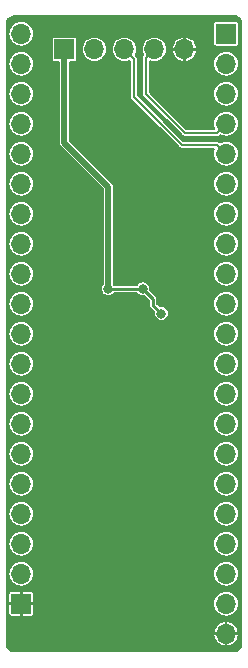
<source format=gbl>
G04 #@! TF.GenerationSoftware,KiCad,Pcbnew,(5.0.0)*
G04 #@! TF.CreationDate,2018-08-22T23:15:02+02:00*
G04 #@! TF.ProjectId,SAML_BreakoutBoard,53414D4C5F427265616B6F7574426F61,rev?*
G04 #@! TF.SameCoordinates,Original*
G04 #@! TF.FileFunction,Copper,L2,Bot,Signal*
G04 #@! TF.FilePolarity,Positive*
%FSLAX46Y46*%
G04 Gerber Fmt 4.6, Leading zero omitted, Abs format (unit mm)*
G04 Created by KiCad (PCBNEW (5.0.0)) date 08/22/18 23:15:02*
%MOMM*%
%LPD*%
G01*
G04 APERTURE LIST*
G04 #@! TA.AperFunction,ComponentPad*
%ADD10O,1.700000X1.700000*%
G04 #@! TD*
G04 #@! TA.AperFunction,ComponentPad*
%ADD11R,1.700000X1.700000*%
G04 #@! TD*
G04 #@! TA.AperFunction,ViaPad*
%ADD12C,0.800000*%
G04 #@! TD*
G04 #@! TA.AperFunction,Conductor*
%ADD13C,0.254000*%
G04 #@! TD*
G04 #@! TA.AperFunction,Conductor*
%ADD14C,0.508000*%
G04 #@! TD*
G04 #@! TA.AperFunction,Conductor*
%ADD15C,0.203200*%
G04 #@! TD*
G04 #@! TA.AperFunction,Conductor*
%ADD16C,0.152400*%
G04 #@! TD*
G04 APERTURE END LIST*
D10*
G04 #@! TO.P,J1,21*
G04 #@! TO.N,GND*
X131640000Y-137160000D03*
G04 #@! TO.P,J1,20*
G04 #@! TO.N,Net-(J1-Pad20)*
X131640000Y-134620000D03*
G04 #@! TO.P,J1,19*
G04 #@! TO.N,Net-(J1-Pad19)*
X131640000Y-132080000D03*
G04 #@! TO.P,J1,18*
G04 #@! TO.N,Net-(J1-Pad18)*
X131640000Y-129540000D03*
G04 #@! TO.P,J1,17*
G04 #@! TO.N,Net-(J1-Pad17)*
X131640000Y-127000000D03*
G04 #@! TO.P,J1,16*
G04 #@! TO.N,Net-(J1-Pad16)*
X131640000Y-124460000D03*
G04 #@! TO.P,J1,15*
G04 #@! TO.N,Net-(J1-Pad15)*
X131640000Y-121920000D03*
G04 #@! TO.P,J1,14*
G04 #@! TO.N,Net-(J1-Pad14)*
X131640000Y-119380000D03*
G04 #@! TO.P,J1,13*
G04 #@! TO.N,Net-(J1-Pad13)*
X131640000Y-116840000D03*
G04 #@! TO.P,J1,12*
G04 #@! TO.N,Net-(J1-Pad12)*
X131640000Y-114300000D03*
G04 #@! TO.P,J1,11*
G04 #@! TO.N,Net-(J1-Pad11)*
X131640000Y-111760000D03*
G04 #@! TO.P,J1,10*
G04 #@! TO.N,Net-(J1-Pad10)*
X131640000Y-109220000D03*
G04 #@! TO.P,J1,9*
G04 #@! TO.N,Net-(J1-Pad9)*
X131640000Y-106680000D03*
G04 #@! TO.P,J1,8*
G04 #@! TO.N,Net-(J1-Pad8)*
X131640000Y-104140000D03*
G04 #@! TO.P,J1,7*
G04 #@! TO.N,Net-(J1-Pad7)*
X131640000Y-101600000D03*
G04 #@! TO.P,J1,6*
G04 #@! TO.N,Net-(J1-Pad6)*
X131640000Y-99060000D03*
G04 #@! TO.P,J1,5*
G04 #@! TO.N,/SWCLK*
X131640000Y-96520000D03*
G04 #@! TO.P,J1,4*
G04 #@! TO.N,/SWDIO*
X131640000Y-93980000D03*
G04 #@! TO.P,J1,3*
G04 #@! TO.N,Net-(J1-Pad3)*
X131640000Y-91440000D03*
G04 #@! TO.P,J1,2*
G04 #@! TO.N,Net-(J1-Pad2)*
X131640000Y-88900000D03*
D11*
G04 #@! TO.P,J1,1*
G04 #@! TO.N,VCC*
X131640000Y-86360000D03*
G04 #@! TD*
D10*
G04 #@! TO.P,J2,20*
G04 #@! TO.N,VCC*
X114300000Y-86360000D03*
G04 #@! TO.P,J2,19*
G04 #@! TO.N,Net-(J2-Pad19)*
X114300000Y-88900000D03*
G04 #@! TO.P,J2,18*
G04 #@! TO.N,Net-(J2-Pad18)*
X114300000Y-91440000D03*
G04 #@! TO.P,J2,17*
G04 #@! TO.N,Net-(J2-Pad17)*
X114300000Y-93980000D03*
G04 #@! TO.P,J2,16*
G04 #@! TO.N,Net-(J2-Pad16)*
X114300000Y-96520000D03*
G04 #@! TO.P,J2,15*
G04 #@! TO.N,Net-(J2-Pad15)*
X114300000Y-99060000D03*
G04 #@! TO.P,J2,14*
G04 #@! TO.N,Net-(J2-Pad14)*
X114300000Y-101600000D03*
G04 #@! TO.P,J2,13*
G04 #@! TO.N,Net-(J2-Pad13)*
X114300000Y-104140000D03*
G04 #@! TO.P,J2,12*
G04 #@! TO.N,Net-(J2-Pad12)*
X114300000Y-106680000D03*
G04 #@! TO.P,J2,11*
G04 #@! TO.N,Net-(J2-Pad11)*
X114300000Y-109220000D03*
G04 #@! TO.P,J2,10*
G04 #@! TO.N,Net-(J2-Pad10)*
X114300000Y-111760000D03*
G04 #@! TO.P,J2,9*
G04 #@! TO.N,Net-(J2-Pad9)*
X114300000Y-114300000D03*
G04 #@! TO.P,J2,8*
G04 #@! TO.N,Net-(J2-Pad8)*
X114300000Y-116840000D03*
G04 #@! TO.P,J2,7*
G04 #@! TO.N,Net-(J2-Pad7)*
X114300000Y-119380000D03*
G04 #@! TO.P,J2,6*
G04 #@! TO.N,Net-(J2-Pad6)*
X114300000Y-121920000D03*
G04 #@! TO.P,J2,5*
G04 #@! TO.N,Net-(J2-Pad5)*
X114300000Y-124460000D03*
G04 #@! TO.P,J2,4*
G04 #@! TO.N,Net-(J2-Pad4)*
X114300000Y-127000000D03*
G04 #@! TO.P,J2,3*
G04 #@! TO.N,Net-(J2-Pad3)*
X114300000Y-129540000D03*
G04 #@! TO.P,J2,2*
G04 #@! TO.N,Net-(J2-Pad2)*
X114300000Y-132080000D03*
D11*
G04 #@! TO.P,J2,1*
G04 #@! TO.N,GND*
X114300000Y-134620000D03*
G04 #@! TD*
D10*
G04 #@! TO.P,J3,5*
G04 #@! TO.N,GND*
X128117600Y-87680800D03*
G04 #@! TO.P,J3,4*
G04 #@! TO.N,/SWDIO*
X125577600Y-87680800D03*
G04 #@! TO.P,J3,3*
G04 #@! TO.N,/SWCLK*
X123037600Y-87680800D03*
G04 #@! TO.P,J3,2*
G04 #@! TO.N,/~RST*
X120497600Y-87680800D03*
D11*
G04 #@! TO.P,J3,1*
G04 #@! TO.N,VCC*
X117957600Y-87680800D03*
G04 #@! TD*
D12*
G04 #@! TO.N,GND*
X118999000Y-105791000D03*
X118110000Y-114554000D03*
X120269000Y-101727000D03*
X126492000Y-96901000D03*
X127889000Y-106807000D03*
X129159000Y-111125000D03*
X122936000Y-130175000D03*
X124333000Y-117348000D03*
G04 #@! TO.N,VCC*
X124587000Y-107950000D03*
X121666000Y-107950000D03*
X126174500Y-110045500D03*
G04 #@! TD*
D13*
G04 #@! TO.N,VCC*
X124587000Y-107950000D02*
X121666000Y-107950000D01*
D14*
X121666000Y-99314000D02*
X121666000Y-107950000D01*
X117957600Y-87680800D02*
X117957600Y-95605600D01*
X117957600Y-95605600D02*
X121666000Y-99314000D01*
D13*
X125476000Y-108839000D02*
X124587000Y-107950000D01*
X125476000Y-109220000D02*
X125476000Y-108839000D01*
X125476000Y-109347000D02*
X126174500Y-110045500D01*
X125476000Y-109220000D02*
X125476000Y-109347000D01*
D15*
G04 #@! TO.N,/SWCLK*
X130878000Y-95758000D02*
X131640000Y-96520000D01*
X127889000Y-95758000D02*
X130878000Y-95758000D01*
X123825000Y-91694000D02*
X127889000Y-95758000D01*
X123037600Y-87680800D02*
X123825000Y-88468200D01*
X123825000Y-88468200D02*
X123825000Y-91694000D01*
G04 #@! TO.N,/SWDIO*
X124841000Y-88417400D02*
X125577600Y-87680800D01*
X124841000Y-91440000D02*
X124841000Y-88417400D01*
X128143000Y-94742000D02*
X124841000Y-91440000D01*
X131640000Y-93980000D02*
X130878000Y-94742000D01*
X130878000Y-94742000D02*
X128143000Y-94742000D01*
G04 #@! TD*
D16*
G04 #@! TO.N,GND*
G36*
X132447423Y-84898177D02*
X132556524Y-84931117D01*
X132657150Y-84984620D01*
X132745468Y-85056651D01*
X132818110Y-85144461D01*
X132872314Y-85244709D01*
X132906017Y-85353584D01*
X132919400Y-85480915D01*
X132919401Y-138034142D01*
X132906823Y-138162422D01*
X132873884Y-138271522D01*
X132820379Y-138372150D01*
X132748349Y-138460468D01*
X132660539Y-138533110D01*
X132560286Y-138587317D01*
X132451417Y-138621017D01*
X132324084Y-138634400D01*
X113679848Y-138634400D01*
X113551578Y-138621823D01*
X113442478Y-138588884D01*
X113341850Y-138535379D01*
X113253532Y-138463349D01*
X113180890Y-138375539D01*
X113126683Y-138275286D01*
X113092983Y-138166417D01*
X113079600Y-138039084D01*
X113079600Y-137353771D01*
X130578948Y-137353771D01*
X130585563Y-137387027D01*
X130650114Y-137588375D01*
X130752706Y-137773261D01*
X130889396Y-137934580D01*
X131054932Y-138066132D01*
X131242951Y-138162862D01*
X131446229Y-138221053D01*
X131614600Y-138181152D01*
X131614600Y-137185400D01*
X131665400Y-137185400D01*
X131665400Y-138181152D01*
X131833771Y-138221053D01*
X132037049Y-138162862D01*
X132225068Y-138066132D01*
X132390604Y-137934580D01*
X132527294Y-137773261D01*
X132629886Y-137588375D01*
X132694437Y-137387027D01*
X132701052Y-137353771D01*
X132661134Y-137185400D01*
X131665400Y-137185400D01*
X131614600Y-137185400D01*
X130618866Y-137185400D01*
X130578948Y-137353771D01*
X113079600Y-137353771D01*
X113079600Y-136966229D01*
X130578948Y-136966229D01*
X130618866Y-137134600D01*
X131614600Y-137134600D01*
X131614600Y-136138848D01*
X131665400Y-136138848D01*
X131665400Y-137134600D01*
X132661134Y-137134600D01*
X132701052Y-136966229D01*
X132694437Y-136932973D01*
X132629886Y-136731625D01*
X132527294Y-136546739D01*
X132390604Y-136385420D01*
X132225068Y-136253868D01*
X132037049Y-136157138D01*
X131833771Y-136098947D01*
X131665400Y-136138848D01*
X131614600Y-136138848D01*
X131446229Y-136098947D01*
X131242951Y-136157138D01*
X131054932Y-136253868D01*
X130889396Y-136385420D01*
X130752706Y-136546739D01*
X130650114Y-136731625D01*
X130585563Y-136932973D01*
X130578948Y-136966229D01*
X113079600Y-136966229D01*
X113079600Y-134702550D01*
X113221400Y-134702550D01*
X113221400Y-135492515D01*
X113230185Y-135536680D01*
X113247417Y-135578283D01*
X113272435Y-135615724D01*
X113304276Y-135647565D01*
X113341717Y-135672583D01*
X113383320Y-135689815D01*
X113427485Y-135698600D01*
X114217450Y-135698600D01*
X114274600Y-135641450D01*
X114274600Y-134645400D01*
X114325400Y-134645400D01*
X114325400Y-135641450D01*
X114382550Y-135698600D01*
X115172515Y-135698600D01*
X115216680Y-135689815D01*
X115258283Y-135672583D01*
X115295724Y-135647565D01*
X115327565Y-135615724D01*
X115352583Y-135578283D01*
X115369815Y-135536680D01*
X115378600Y-135492515D01*
X115378600Y-134702550D01*
X115321450Y-134645400D01*
X114325400Y-134645400D01*
X114274600Y-134645400D01*
X113278550Y-134645400D01*
X113221400Y-134702550D01*
X113079600Y-134702550D01*
X113079600Y-134620000D01*
X130556182Y-134620000D01*
X130577007Y-134831442D01*
X130638683Y-135034759D01*
X130738838Y-135222137D01*
X130873625Y-135386375D01*
X131037863Y-135521162D01*
X131225241Y-135621317D01*
X131428558Y-135682993D01*
X131587020Y-135698600D01*
X131692980Y-135698600D01*
X131851442Y-135682993D01*
X132054759Y-135621317D01*
X132242137Y-135521162D01*
X132406375Y-135386375D01*
X132541162Y-135222137D01*
X132641317Y-135034759D01*
X132702993Y-134831442D01*
X132723818Y-134620000D01*
X132702993Y-134408558D01*
X132641317Y-134205241D01*
X132541162Y-134017863D01*
X132406375Y-133853625D01*
X132242137Y-133718838D01*
X132054759Y-133618683D01*
X131851442Y-133557007D01*
X131692980Y-133541400D01*
X131587020Y-133541400D01*
X131428558Y-133557007D01*
X131225241Y-133618683D01*
X131037863Y-133718838D01*
X130873625Y-133853625D01*
X130738838Y-134017863D01*
X130638683Y-134205241D01*
X130577007Y-134408558D01*
X130556182Y-134620000D01*
X113079600Y-134620000D01*
X113079600Y-133747485D01*
X113221400Y-133747485D01*
X113221400Y-134537450D01*
X113278550Y-134594600D01*
X114274600Y-134594600D01*
X114274600Y-133598550D01*
X114325400Y-133598550D01*
X114325400Y-134594600D01*
X115321450Y-134594600D01*
X115378600Y-134537450D01*
X115378600Y-133747485D01*
X115369815Y-133703320D01*
X115352583Y-133661717D01*
X115327565Y-133624276D01*
X115295724Y-133592435D01*
X115258283Y-133567417D01*
X115216680Y-133550185D01*
X115172515Y-133541400D01*
X114382550Y-133541400D01*
X114325400Y-133598550D01*
X114274600Y-133598550D01*
X114217450Y-133541400D01*
X113427485Y-133541400D01*
X113383320Y-133550185D01*
X113341717Y-133567417D01*
X113304276Y-133592435D01*
X113272435Y-133624276D01*
X113247417Y-133661717D01*
X113230185Y-133703320D01*
X113221400Y-133747485D01*
X113079600Y-133747485D01*
X113079600Y-132080000D01*
X113216182Y-132080000D01*
X113237007Y-132291442D01*
X113298683Y-132494759D01*
X113398838Y-132682137D01*
X113533625Y-132846375D01*
X113697863Y-132981162D01*
X113885241Y-133081317D01*
X114088558Y-133142993D01*
X114247020Y-133158600D01*
X114352980Y-133158600D01*
X114511442Y-133142993D01*
X114714759Y-133081317D01*
X114902137Y-132981162D01*
X115066375Y-132846375D01*
X115201162Y-132682137D01*
X115301317Y-132494759D01*
X115362993Y-132291442D01*
X115383818Y-132080000D01*
X130556182Y-132080000D01*
X130577007Y-132291442D01*
X130638683Y-132494759D01*
X130738838Y-132682137D01*
X130873625Y-132846375D01*
X131037863Y-132981162D01*
X131225241Y-133081317D01*
X131428558Y-133142993D01*
X131587020Y-133158600D01*
X131692980Y-133158600D01*
X131851442Y-133142993D01*
X132054759Y-133081317D01*
X132242137Y-132981162D01*
X132406375Y-132846375D01*
X132541162Y-132682137D01*
X132641317Y-132494759D01*
X132702993Y-132291442D01*
X132723818Y-132080000D01*
X132702993Y-131868558D01*
X132641317Y-131665241D01*
X132541162Y-131477863D01*
X132406375Y-131313625D01*
X132242137Y-131178838D01*
X132054759Y-131078683D01*
X131851442Y-131017007D01*
X131692980Y-131001400D01*
X131587020Y-131001400D01*
X131428558Y-131017007D01*
X131225241Y-131078683D01*
X131037863Y-131178838D01*
X130873625Y-131313625D01*
X130738838Y-131477863D01*
X130638683Y-131665241D01*
X130577007Y-131868558D01*
X130556182Y-132080000D01*
X115383818Y-132080000D01*
X115362993Y-131868558D01*
X115301317Y-131665241D01*
X115201162Y-131477863D01*
X115066375Y-131313625D01*
X114902137Y-131178838D01*
X114714759Y-131078683D01*
X114511442Y-131017007D01*
X114352980Y-131001400D01*
X114247020Y-131001400D01*
X114088558Y-131017007D01*
X113885241Y-131078683D01*
X113697863Y-131178838D01*
X113533625Y-131313625D01*
X113398838Y-131477863D01*
X113298683Y-131665241D01*
X113237007Y-131868558D01*
X113216182Y-132080000D01*
X113079600Y-132080000D01*
X113079600Y-129540000D01*
X113216182Y-129540000D01*
X113237007Y-129751442D01*
X113298683Y-129954759D01*
X113398838Y-130142137D01*
X113533625Y-130306375D01*
X113697863Y-130441162D01*
X113885241Y-130541317D01*
X114088558Y-130602993D01*
X114247020Y-130618600D01*
X114352980Y-130618600D01*
X114511442Y-130602993D01*
X114714759Y-130541317D01*
X114902137Y-130441162D01*
X115066375Y-130306375D01*
X115201162Y-130142137D01*
X115301317Y-129954759D01*
X115362993Y-129751442D01*
X115383818Y-129540000D01*
X130556182Y-129540000D01*
X130577007Y-129751442D01*
X130638683Y-129954759D01*
X130738838Y-130142137D01*
X130873625Y-130306375D01*
X131037863Y-130441162D01*
X131225241Y-130541317D01*
X131428558Y-130602993D01*
X131587020Y-130618600D01*
X131692980Y-130618600D01*
X131851442Y-130602993D01*
X132054759Y-130541317D01*
X132242137Y-130441162D01*
X132406375Y-130306375D01*
X132541162Y-130142137D01*
X132641317Y-129954759D01*
X132702993Y-129751442D01*
X132723818Y-129540000D01*
X132702993Y-129328558D01*
X132641317Y-129125241D01*
X132541162Y-128937863D01*
X132406375Y-128773625D01*
X132242137Y-128638838D01*
X132054759Y-128538683D01*
X131851442Y-128477007D01*
X131692980Y-128461400D01*
X131587020Y-128461400D01*
X131428558Y-128477007D01*
X131225241Y-128538683D01*
X131037863Y-128638838D01*
X130873625Y-128773625D01*
X130738838Y-128937863D01*
X130638683Y-129125241D01*
X130577007Y-129328558D01*
X130556182Y-129540000D01*
X115383818Y-129540000D01*
X115362993Y-129328558D01*
X115301317Y-129125241D01*
X115201162Y-128937863D01*
X115066375Y-128773625D01*
X114902137Y-128638838D01*
X114714759Y-128538683D01*
X114511442Y-128477007D01*
X114352980Y-128461400D01*
X114247020Y-128461400D01*
X114088558Y-128477007D01*
X113885241Y-128538683D01*
X113697863Y-128638838D01*
X113533625Y-128773625D01*
X113398838Y-128937863D01*
X113298683Y-129125241D01*
X113237007Y-129328558D01*
X113216182Y-129540000D01*
X113079600Y-129540000D01*
X113079600Y-127000000D01*
X113216182Y-127000000D01*
X113237007Y-127211442D01*
X113298683Y-127414759D01*
X113398838Y-127602137D01*
X113533625Y-127766375D01*
X113697863Y-127901162D01*
X113885241Y-128001317D01*
X114088558Y-128062993D01*
X114247020Y-128078600D01*
X114352980Y-128078600D01*
X114511442Y-128062993D01*
X114714759Y-128001317D01*
X114902137Y-127901162D01*
X115066375Y-127766375D01*
X115201162Y-127602137D01*
X115301317Y-127414759D01*
X115362993Y-127211442D01*
X115383818Y-127000000D01*
X130556182Y-127000000D01*
X130577007Y-127211442D01*
X130638683Y-127414759D01*
X130738838Y-127602137D01*
X130873625Y-127766375D01*
X131037863Y-127901162D01*
X131225241Y-128001317D01*
X131428558Y-128062993D01*
X131587020Y-128078600D01*
X131692980Y-128078600D01*
X131851442Y-128062993D01*
X132054759Y-128001317D01*
X132242137Y-127901162D01*
X132406375Y-127766375D01*
X132541162Y-127602137D01*
X132641317Y-127414759D01*
X132702993Y-127211442D01*
X132723818Y-127000000D01*
X132702993Y-126788558D01*
X132641317Y-126585241D01*
X132541162Y-126397863D01*
X132406375Y-126233625D01*
X132242137Y-126098838D01*
X132054759Y-125998683D01*
X131851442Y-125937007D01*
X131692980Y-125921400D01*
X131587020Y-125921400D01*
X131428558Y-125937007D01*
X131225241Y-125998683D01*
X131037863Y-126098838D01*
X130873625Y-126233625D01*
X130738838Y-126397863D01*
X130638683Y-126585241D01*
X130577007Y-126788558D01*
X130556182Y-127000000D01*
X115383818Y-127000000D01*
X115362993Y-126788558D01*
X115301317Y-126585241D01*
X115201162Y-126397863D01*
X115066375Y-126233625D01*
X114902137Y-126098838D01*
X114714759Y-125998683D01*
X114511442Y-125937007D01*
X114352980Y-125921400D01*
X114247020Y-125921400D01*
X114088558Y-125937007D01*
X113885241Y-125998683D01*
X113697863Y-126098838D01*
X113533625Y-126233625D01*
X113398838Y-126397863D01*
X113298683Y-126585241D01*
X113237007Y-126788558D01*
X113216182Y-127000000D01*
X113079600Y-127000000D01*
X113079600Y-124460000D01*
X113216182Y-124460000D01*
X113237007Y-124671442D01*
X113298683Y-124874759D01*
X113398838Y-125062137D01*
X113533625Y-125226375D01*
X113697863Y-125361162D01*
X113885241Y-125461317D01*
X114088558Y-125522993D01*
X114247020Y-125538600D01*
X114352980Y-125538600D01*
X114511442Y-125522993D01*
X114714759Y-125461317D01*
X114902137Y-125361162D01*
X115066375Y-125226375D01*
X115201162Y-125062137D01*
X115301317Y-124874759D01*
X115362993Y-124671442D01*
X115383818Y-124460000D01*
X130556182Y-124460000D01*
X130577007Y-124671442D01*
X130638683Y-124874759D01*
X130738838Y-125062137D01*
X130873625Y-125226375D01*
X131037863Y-125361162D01*
X131225241Y-125461317D01*
X131428558Y-125522993D01*
X131587020Y-125538600D01*
X131692980Y-125538600D01*
X131851442Y-125522993D01*
X132054759Y-125461317D01*
X132242137Y-125361162D01*
X132406375Y-125226375D01*
X132541162Y-125062137D01*
X132641317Y-124874759D01*
X132702993Y-124671442D01*
X132723818Y-124460000D01*
X132702993Y-124248558D01*
X132641317Y-124045241D01*
X132541162Y-123857863D01*
X132406375Y-123693625D01*
X132242137Y-123558838D01*
X132054759Y-123458683D01*
X131851442Y-123397007D01*
X131692980Y-123381400D01*
X131587020Y-123381400D01*
X131428558Y-123397007D01*
X131225241Y-123458683D01*
X131037863Y-123558838D01*
X130873625Y-123693625D01*
X130738838Y-123857863D01*
X130638683Y-124045241D01*
X130577007Y-124248558D01*
X130556182Y-124460000D01*
X115383818Y-124460000D01*
X115362993Y-124248558D01*
X115301317Y-124045241D01*
X115201162Y-123857863D01*
X115066375Y-123693625D01*
X114902137Y-123558838D01*
X114714759Y-123458683D01*
X114511442Y-123397007D01*
X114352980Y-123381400D01*
X114247020Y-123381400D01*
X114088558Y-123397007D01*
X113885241Y-123458683D01*
X113697863Y-123558838D01*
X113533625Y-123693625D01*
X113398838Y-123857863D01*
X113298683Y-124045241D01*
X113237007Y-124248558D01*
X113216182Y-124460000D01*
X113079600Y-124460000D01*
X113079600Y-121920000D01*
X113216182Y-121920000D01*
X113237007Y-122131442D01*
X113298683Y-122334759D01*
X113398838Y-122522137D01*
X113533625Y-122686375D01*
X113697863Y-122821162D01*
X113885241Y-122921317D01*
X114088558Y-122982993D01*
X114247020Y-122998600D01*
X114352980Y-122998600D01*
X114511442Y-122982993D01*
X114714759Y-122921317D01*
X114902137Y-122821162D01*
X115066375Y-122686375D01*
X115201162Y-122522137D01*
X115301317Y-122334759D01*
X115362993Y-122131442D01*
X115383818Y-121920000D01*
X130556182Y-121920000D01*
X130577007Y-122131442D01*
X130638683Y-122334759D01*
X130738838Y-122522137D01*
X130873625Y-122686375D01*
X131037863Y-122821162D01*
X131225241Y-122921317D01*
X131428558Y-122982993D01*
X131587020Y-122998600D01*
X131692980Y-122998600D01*
X131851442Y-122982993D01*
X132054759Y-122921317D01*
X132242137Y-122821162D01*
X132406375Y-122686375D01*
X132541162Y-122522137D01*
X132641317Y-122334759D01*
X132702993Y-122131442D01*
X132723818Y-121920000D01*
X132702993Y-121708558D01*
X132641317Y-121505241D01*
X132541162Y-121317863D01*
X132406375Y-121153625D01*
X132242137Y-121018838D01*
X132054759Y-120918683D01*
X131851442Y-120857007D01*
X131692980Y-120841400D01*
X131587020Y-120841400D01*
X131428558Y-120857007D01*
X131225241Y-120918683D01*
X131037863Y-121018838D01*
X130873625Y-121153625D01*
X130738838Y-121317863D01*
X130638683Y-121505241D01*
X130577007Y-121708558D01*
X130556182Y-121920000D01*
X115383818Y-121920000D01*
X115362993Y-121708558D01*
X115301317Y-121505241D01*
X115201162Y-121317863D01*
X115066375Y-121153625D01*
X114902137Y-121018838D01*
X114714759Y-120918683D01*
X114511442Y-120857007D01*
X114352980Y-120841400D01*
X114247020Y-120841400D01*
X114088558Y-120857007D01*
X113885241Y-120918683D01*
X113697863Y-121018838D01*
X113533625Y-121153625D01*
X113398838Y-121317863D01*
X113298683Y-121505241D01*
X113237007Y-121708558D01*
X113216182Y-121920000D01*
X113079600Y-121920000D01*
X113079600Y-119380000D01*
X113216182Y-119380000D01*
X113237007Y-119591442D01*
X113298683Y-119794759D01*
X113398838Y-119982137D01*
X113533625Y-120146375D01*
X113697863Y-120281162D01*
X113885241Y-120381317D01*
X114088558Y-120442993D01*
X114247020Y-120458600D01*
X114352980Y-120458600D01*
X114511442Y-120442993D01*
X114714759Y-120381317D01*
X114902137Y-120281162D01*
X115066375Y-120146375D01*
X115201162Y-119982137D01*
X115301317Y-119794759D01*
X115362993Y-119591442D01*
X115383818Y-119380000D01*
X130556182Y-119380000D01*
X130577007Y-119591442D01*
X130638683Y-119794759D01*
X130738838Y-119982137D01*
X130873625Y-120146375D01*
X131037863Y-120281162D01*
X131225241Y-120381317D01*
X131428558Y-120442993D01*
X131587020Y-120458600D01*
X131692980Y-120458600D01*
X131851442Y-120442993D01*
X132054759Y-120381317D01*
X132242137Y-120281162D01*
X132406375Y-120146375D01*
X132541162Y-119982137D01*
X132641317Y-119794759D01*
X132702993Y-119591442D01*
X132723818Y-119380000D01*
X132702993Y-119168558D01*
X132641317Y-118965241D01*
X132541162Y-118777863D01*
X132406375Y-118613625D01*
X132242137Y-118478838D01*
X132054759Y-118378683D01*
X131851442Y-118317007D01*
X131692980Y-118301400D01*
X131587020Y-118301400D01*
X131428558Y-118317007D01*
X131225241Y-118378683D01*
X131037863Y-118478838D01*
X130873625Y-118613625D01*
X130738838Y-118777863D01*
X130638683Y-118965241D01*
X130577007Y-119168558D01*
X130556182Y-119380000D01*
X115383818Y-119380000D01*
X115362993Y-119168558D01*
X115301317Y-118965241D01*
X115201162Y-118777863D01*
X115066375Y-118613625D01*
X114902137Y-118478838D01*
X114714759Y-118378683D01*
X114511442Y-118317007D01*
X114352980Y-118301400D01*
X114247020Y-118301400D01*
X114088558Y-118317007D01*
X113885241Y-118378683D01*
X113697863Y-118478838D01*
X113533625Y-118613625D01*
X113398838Y-118777863D01*
X113298683Y-118965241D01*
X113237007Y-119168558D01*
X113216182Y-119380000D01*
X113079600Y-119380000D01*
X113079600Y-116840000D01*
X113216182Y-116840000D01*
X113237007Y-117051442D01*
X113298683Y-117254759D01*
X113398838Y-117442137D01*
X113533625Y-117606375D01*
X113697863Y-117741162D01*
X113885241Y-117841317D01*
X114088558Y-117902993D01*
X114247020Y-117918600D01*
X114352980Y-117918600D01*
X114511442Y-117902993D01*
X114714759Y-117841317D01*
X114902137Y-117741162D01*
X115066375Y-117606375D01*
X115201162Y-117442137D01*
X115301317Y-117254759D01*
X115362993Y-117051442D01*
X115383818Y-116840000D01*
X130556182Y-116840000D01*
X130577007Y-117051442D01*
X130638683Y-117254759D01*
X130738838Y-117442137D01*
X130873625Y-117606375D01*
X131037863Y-117741162D01*
X131225241Y-117841317D01*
X131428558Y-117902993D01*
X131587020Y-117918600D01*
X131692980Y-117918600D01*
X131851442Y-117902993D01*
X132054759Y-117841317D01*
X132242137Y-117741162D01*
X132406375Y-117606375D01*
X132541162Y-117442137D01*
X132641317Y-117254759D01*
X132702993Y-117051442D01*
X132723818Y-116840000D01*
X132702993Y-116628558D01*
X132641317Y-116425241D01*
X132541162Y-116237863D01*
X132406375Y-116073625D01*
X132242137Y-115938838D01*
X132054759Y-115838683D01*
X131851442Y-115777007D01*
X131692980Y-115761400D01*
X131587020Y-115761400D01*
X131428558Y-115777007D01*
X131225241Y-115838683D01*
X131037863Y-115938838D01*
X130873625Y-116073625D01*
X130738838Y-116237863D01*
X130638683Y-116425241D01*
X130577007Y-116628558D01*
X130556182Y-116840000D01*
X115383818Y-116840000D01*
X115362993Y-116628558D01*
X115301317Y-116425241D01*
X115201162Y-116237863D01*
X115066375Y-116073625D01*
X114902137Y-115938838D01*
X114714759Y-115838683D01*
X114511442Y-115777007D01*
X114352980Y-115761400D01*
X114247020Y-115761400D01*
X114088558Y-115777007D01*
X113885241Y-115838683D01*
X113697863Y-115938838D01*
X113533625Y-116073625D01*
X113398838Y-116237863D01*
X113298683Y-116425241D01*
X113237007Y-116628558D01*
X113216182Y-116840000D01*
X113079600Y-116840000D01*
X113079600Y-114300000D01*
X113216182Y-114300000D01*
X113237007Y-114511442D01*
X113298683Y-114714759D01*
X113398838Y-114902137D01*
X113533625Y-115066375D01*
X113697863Y-115201162D01*
X113885241Y-115301317D01*
X114088558Y-115362993D01*
X114247020Y-115378600D01*
X114352980Y-115378600D01*
X114511442Y-115362993D01*
X114714759Y-115301317D01*
X114902137Y-115201162D01*
X115066375Y-115066375D01*
X115201162Y-114902137D01*
X115301317Y-114714759D01*
X115362993Y-114511442D01*
X115383818Y-114300000D01*
X130556182Y-114300000D01*
X130577007Y-114511442D01*
X130638683Y-114714759D01*
X130738838Y-114902137D01*
X130873625Y-115066375D01*
X131037863Y-115201162D01*
X131225241Y-115301317D01*
X131428558Y-115362993D01*
X131587020Y-115378600D01*
X131692980Y-115378600D01*
X131851442Y-115362993D01*
X132054759Y-115301317D01*
X132242137Y-115201162D01*
X132406375Y-115066375D01*
X132541162Y-114902137D01*
X132641317Y-114714759D01*
X132702993Y-114511442D01*
X132723818Y-114300000D01*
X132702993Y-114088558D01*
X132641317Y-113885241D01*
X132541162Y-113697863D01*
X132406375Y-113533625D01*
X132242137Y-113398838D01*
X132054759Y-113298683D01*
X131851442Y-113237007D01*
X131692980Y-113221400D01*
X131587020Y-113221400D01*
X131428558Y-113237007D01*
X131225241Y-113298683D01*
X131037863Y-113398838D01*
X130873625Y-113533625D01*
X130738838Y-113697863D01*
X130638683Y-113885241D01*
X130577007Y-114088558D01*
X130556182Y-114300000D01*
X115383818Y-114300000D01*
X115362993Y-114088558D01*
X115301317Y-113885241D01*
X115201162Y-113697863D01*
X115066375Y-113533625D01*
X114902137Y-113398838D01*
X114714759Y-113298683D01*
X114511442Y-113237007D01*
X114352980Y-113221400D01*
X114247020Y-113221400D01*
X114088558Y-113237007D01*
X113885241Y-113298683D01*
X113697863Y-113398838D01*
X113533625Y-113533625D01*
X113398838Y-113697863D01*
X113298683Y-113885241D01*
X113237007Y-114088558D01*
X113216182Y-114300000D01*
X113079600Y-114300000D01*
X113079600Y-111760000D01*
X113216182Y-111760000D01*
X113237007Y-111971442D01*
X113298683Y-112174759D01*
X113398838Y-112362137D01*
X113533625Y-112526375D01*
X113697863Y-112661162D01*
X113885241Y-112761317D01*
X114088558Y-112822993D01*
X114247020Y-112838600D01*
X114352980Y-112838600D01*
X114511442Y-112822993D01*
X114714759Y-112761317D01*
X114902137Y-112661162D01*
X115066375Y-112526375D01*
X115201162Y-112362137D01*
X115301317Y-112174759D01*
X115362993Y-111971442D01*
X115383818Y-111760000D01*
X130556182Y-111760000D01*
X130577007Y-111971442D01*
X130638683Y-112174759D01*
X130738838Y-112362137D01*
X130873625Y-112526375D01*
X131037863Y-112661162D01*
X131225241Y-112761317D01*
X131428558Y-112822993D01*
X131587020Y-112838600D01*
X131692980Y-112838600D01*
X131851442Y-112822993D01*
X132054759Y-112761317D01*
X132242137Y-112661162D01*
X132406375Y-112526375D01*
X132541162Y-112362137D01*
X132641317Y-112174759D01*
X132702993Y-111971442D01*
X132723818Y-111760000D01*
X132702993Y-111548558D01*
X132641317Y-111345241D01*
X132541162Y-111157863D01*
X132406375Y-110993625D01*
X132242137Y-110858838D01*
X132054759Y-110758683D01*
X131851442Y-110697007D01*
X131692980Y-110681400D01*
X131587020Y-110681400D01*
X131428558Y-110697007D01*
X131225241Y-110758683D01*
X131037863Y-110858838D01*
X130873625Y-110993625D01*
X130738838Y-111157863D01*
X130638683Y-111345241D01*
X130577007Y-111548558D01*
X130556182Y-111760000D01*
X115383818Y-111760000D01*
X115362993Y-111548558D01*
X115301317Y-111345241D01*
X115201162Y-111157863D01*
X115066375Y-110993625D01*
X114902137Y-110858838D01*
X114714759Y-110758683D01*
X114511442Y-110697007D01*
X114352980Y-110681400D01*
X114247020Y-110681400D01*
X114088558Y-110697007D01*
X113885241Y-110758683D01*
X113697863Y-110858838D01*
X113533625Y-110993625D01*
X113398838Y-111157863D01*
X113298683Y-111345241D01*
X113237007Y-111548558D01*
X113216182Y-111760000D01*
X113079600Y-111760000D01*
X113079600Y-109220000D01*
X113216182Y-109220000D01*
X113237007Y-109431442D01*
X113298683Y-109634759D01*
X113398838Y-109822137D01*
X113533625Y-109986375D01*
X113697863Y-110121162D01*
X113885241Y-110221317D01*
X114088558Y-110282993D01*
X114247020Y-110298600D01*
X114352980Y-110298600D01*
X114511442Y-110282993D01*
X114714759Y-110221317D01*
X114902137Y-110121162D01*
X115066375Y-109986375D01*
X115201162Y-109822137D01*
X115301317Y-109634759D01*
X115362993Y-109431442D01*
X115383818Y-109220000D01*
X115362993Y-109008558D01*
X115301317Y-108805241D01*
X115201162Y-108617863D01*
X115066375Y-108453625D01*
X114902137Y-108318838D01*
X114714759Y-108218683D01*
X114511442Y-108157007D01*
X114352980Y-108141400D01*
X114247020Y-108141400D01*
X114088558Y-108157007D01*
X113885241Y-108218683D01*
X113697863Y-108318838D01*
X113533625Y-108453625D01*
X113398838Y-108617863D01*
X113298683Y-108805241D01*
X113237007Y-109008558D01*
X113216182Y-109220000D01*
X113079600Y-109220000D01*
X113079600Y-106680000D01*
X113216182Y-106680000D01*
X113237007Y-106891442D01*
X113298683Y-107094759D01*
X113398838Y-107282137D01*
X113533625Y-107446375D01*
X113697863Y-107581162D01*
X113885241Y-107681317D01*
X114088558Y-107742993D01*
X114247020Y-107758600D01*
X114352980Y-107758600D01*
X114511442Y-107742993D01*
X114714759Y-107681317D01*
X114902137Y-107581162D01*
X115066375Y-107446375D01*
X115201162Y-107282137D01*
X115301317Y-107094759D01*
X115362993Y-106891442D01*
X115383818Y-106680000D01*
X115362993Y-106468558D01*
X115301317Y-106265241D01*
X115201162Y-106077863D01*
X115066375Y-105913625D01*
X114902137Y-105778838D01*
X114714759Y-105678683D01*
X114511442Y-105617007D01*
X114352980Y-105601400D01*
X114247020Y-105601400D01*
X114088558Y-105617007D01*
X113885241Y-105678683D01*
X113697863Y-105778838D01*
X113533625Y-105913625D01*
X113398838Y-106077863D01*
X113298683Y-106265241D01*
X113237007Y-106468558D01*
X113216182Y-106680000D01*
X113079600Y-106680000D01*
X113079600Y-104140000D01*
X113216182Y-104140000D01*
X113237007Y-104351442D01*
X113298683Y-104554759D01*
X113398838Y-104742137D01*
X113533625Y-104906375D01*
X113697863Y-105041162D01*
X113885241Y-105141317D01*
X114088558Y-105202993D01*
X114247020Y-105218600D01*
X114352980Y-105218600D01*
X114511442Y-105202993D01*
X114714759Y-105141317D01*
X114902137Y-105041162D01*
X115066375Y-104906375D01*
X115201162Y-104742137D01*
X115301317Y-104554759D01*
X115362993Y-104351442D01*
X115383818Y-104140000D01*
X115362993Y-103928558D01*
X115301317Y-103725241D01*
X115201162Y-103537863D01*
X115066375Y-103373625D01*
X114902137Y-103238838D01*
X114714759Y-103138683D01*
X114511442Y-103077007D01*
X114352980Y-103061400D01*
X114247020Y-103061400D01*
X114088558Y-103077007D01*
X113885241Y-103138683D01*
X113697863Y-103238838D01*
X113533625Y-103373625D01*
X113398838Y-103537863D01*
X113298683Y-103725241D01*
X113237007Y-103928558D01*
X113216182Y-104140000D01*
X113079600Y-104140000D01*
X113079600Y-101600000D01*
X113216182Y-101600000D01*
X113237007Y-101811442D01*
X113298683Y-102014759D01*
X113398838Y-102202137D01*
X113533625Y-102366375D01*
X113697863Y-102501162D01*
X113885241Y-102601317D01*
X114088558Y-102662993D01*
X114247020Y-102678600D01*
X114352980Y-102678600D01*
X114511442Y-102662993D01*
X114714759Y-102601317D01*
X114902137Y-102501162D01*
X115066375Y-102366375D01*
X115201162Y-102202137D01*
X115301317Y-102014759D01*
X115362993Y-101811442D01*
X115383818Y-101600000D01*
X115362993Y-101388558D01*
X115301317Y-101185241D01*
X115201162Y-100997863D01*
X115066375Y-100833625D01*
X114902137Y-100698838D01*
X114714759Y-100598683D01*
X114511442Y-100537007D01*
X114352980Y-100521400D01*
X114247020Y-100521400D01*
X114088558Y-100537007D01*
X113885241Y-100598683D01*
X113697863Y-100698838D01*
X113533625Y-100833625D01*
X113398838Y-100997863D01*
X113298683Y-101185241D01*
X113237007Y-101388558D01*
X113216182Y-101600000D01*
X113079600Y-101600000D01*
X113079600Y-99060000D01*
X113216182Y-99060000D01*
X113237007Y-99271442D01*
X113298683Y-99474759D01*
X113398838Y-99662137D01*
X113533625Y-99826375D01*
X113697863Y-99961162D01*
X113885241Y-100061317D01*
X114088558Y-100122993D01*
X114247020Y-100138600D01*
X114352980Y-100138600D01*
X114511442Y-100122993D01*
X114714759Y-100061317D01*
X114902137Y-99961162D01*
X115066375Y-99826375D01*
X115201162Y-99662137D01*
X115301317Y-99474759D01*
X115362993Y-99271442D01*
X115383818Y-99060000D01*
X115362993Y-98848558D01*
X115301317Y-98645241D01*
X115201162Y-98457863D01*
X115066375Y-98293625D01*
X114902137Y-98158838D01*
X114714759Y-98058683D01*
X114511442Y-97997007D01*
X114352980Y-97981400D01*
X114247020Y-97981400D01*
X114088558Y-97997007D01*
X113885241Y-98058683D01*
X113697863Y-98158838D01*
X113533625Y-98293625D01*
X113398838Y-98457863D01*
X113298683Y-98645241D01*
X113237007Y-98848558D01*
X113216182Y-99060000D01*
X113079600Y-99060000D01*
X113079600Y-96520000D01*
X113216182Y-96520000D01*
X113237007Y-96731442D01*
X113298683Y-96934759D01*
X113398838Y-97122137D01*
X113533625Y-97286375D01*
X113697863Y-97421162D01*
X113885241Y-97521317D01*
X114088558Y-97582993D01*
X114247020Y-97598600D01*
X114352980Y-97598600D01*
X114511442Y-97582993D01*
X114714759Y-97521317D01*
X114902137Y-97421162D01*
X115066375Y-97286375D01*
X115201162Y-97122137D01*
X115301317Y-96934759D01*
X115362993Y-96731442D01*
X115383818Y-96520000D01*
X115362993Y-96308558D01*
X115301317Y-96105241D01*
X115201162Y-95917863D01*
X115066375Y-95753625D01*
X114902137Y-95618838D01*
X114714759Y-95518683D01*
X114511442Y-95457007D01*
X114352980Y-95441400D01*
X114247020Y-95441400D01*
X114088558Y-95457007D01*
X113885241Y-95518683D01*
X113697863Y-95618838D01*
X113533625Y-95753625D01*
X113398838Y-95917863D01*
X113298683Y-96105241D01*
X113237007Y-96308558D01*
X113216182Y-96520000D01*
X113079600Y-96520000D01*
X113079600Y-93980000D01*
X113216182Y-93980000D01*
X113237007Y-94191442D01*
X113298683Y-94394759D01*
X113398838Y-94582137D01*
X113533625Y-94746375D01*
X113697863Y-94881162D01*
X113885241Y-94981317D01*
X114088558Y-95042993D01*
X114247020Y-95058600D01*
X114352980Y-95058600D01*
X114511442Y-95042993D01*
X114714759Y-94981317D01*
X114902137Y-94881162D01*
X115066375Y-94746375D01*
X115201162Y-94582137D01*
X115301317Y-94394759D01*
X115362993Y-94191442D01*
X115383818Y-93980000D01*
X115362993Y-93768558D01*
X115301317Y-93565241D01*
X115201162Y-93377863D01*
X115066375Y-93213625D01*
X114902137Y-93078838D01*
X114714759Y-92978683D01*
X114511442Y-92917007D01*
X114352980Y-92901400D01*
X114247020Y-92901400D01*
X114088558Y-92917007D01*
X113885241Y-92978683D01*
X113697863Y-93078838D01*
X113533625Y-93213625D01*
X113398838Y-93377863D01*
X113298683Y-93565241D01*
X113237007Y-93768558D01*
X113216182Y-93980000D01*
X113079600Y-93980000D01*
X113079600Y-91440000D01*
X113216182Y-91440000D01*
X113237007Y-91651442D01*
X113298683Y-91854759D01*
X113398838Y-92042137D01*
X113533625Y-92206375D01*
X113697863Y-92341162D01*
X113885241Y-92441317D01*
X114088558Y-92502993D01*
X114247020Y-92518600D01*
X114352980Y-92518600D01*
X114511442Y-92502993D01*
X114714759Y-92441317D01*
X114902137Y-92341162D01*
X115066375Y-92206375D01*
X115201162Y-92042137D01*
X115301317Y-91854759D01*
X115362993Y-91651442D01*
X115383818Y-91440000D01*
X115362993Y-91228558D01*
X115301317Y-91025241D01*
X115201162Y-90837863D01*
X115066375Y-90673625D01*
X114902137Y-90538838D01*
X114714759Y-90438683D01*
X114511442Y-90377007D01*
X114352980Y-90361400D01*
X114247020Y-90361400D01*
X114088558Y-90377007D01*
X113885241Y-90438683D01*
X113697863Y-90538838D01*
X113533625Y-90673625D01*
X113398838Y-90837863D01*
X113298683Y-91025241D01*
X113237007Y-91228558D01*
X113216182Y-91440000D01*
X113079600Y-91440000D01*
X113079600Y-88900000D01*
X113216182Y-88900000D01*
X113237007Y-89111442D01*
X113298683Y-89314759D01*
X113398838Y-89502137D01*
X113533625Y-89666375D01*
X113697863Y-89801162D01*
X113885241Y-89901317D01*
X114088558Y-89962993D01*
X114247020Y-89978600D01*
X114352980Y-89978600D01*
X114511442Y-89962993D01*
X114714759Y-89901317D01*
X114902137Y-89801162D01*
X115066375Y-89666375D01*
X115201162Y-89502137D01*
X115301317Y-89314759D01*
X115362993Y-89111442D01*
X115383818Y-88900000D01*
X115362993Y-88688558D01*
X115301317Y-88485241D01*
X115201162Y-88297863D01*
X115066375Y-88133625D01*
X114902137Y-87998838D01*
X114714759Y-87898683D01*
X114511442Y-87837007D01*
X114352980Y-87821400D01*
X114247020Y-87821400D01*
X114088558Y-87837007D01*
X113885241Y-87898683D01*
X113697863Y-87998838D01*
X113533625Y-88133625D01*
X113398838Y-88297863D01*
X113298683Y-88485241D01*
X113237007Y-88688558D01*
X113216182Y-88900000D01*
X113079600Y-88900000D01*
X113079600Y-86360000D01*
X113216182Y-86360000D01*
X113237007Y-86571442D01*
X113298683Y-86774759D01*
X113398838Y-86962137D01*
X113533625Y-87126375D01*
X113697863Y-87261162D01*
X113885241Y-87361317D01*
X114088558Y-87422993D01*
X114247020Y-87438600D01*
X114352980Y-87438600D01*
X114511442Y-87422993D01*
X114714759Y-87361317D01*
X114902137Y-87261162D01*
X115066375Y-87126375D01*
X115201162Y-86962137D01*
X115271362Y-86830800D01*
X116877894Y-86830800D01*
X116877894Y-88530800D01*
X116882308Y-88575613D01*
X116895379Y-88618705D01*
X116916606Y-88658418D01*
X116945173Y-88693227D01*
X116979982Y-88721794D01*
X117019695Y-88743021D01*
X117062787Y-88756092D01*
X117107600Y-88760506D01*
X117475000Y-88760506D01*
X117475001Y-95581885D01*
X117472665Y-95605600D01*
X117481984Y-95700206D01*
X117509578Y-95791176D01*
X117554392Y-95875015D01*
X117614700Y-95948501D01*
X117633113Y-95963612D01*
X121183400Y-99513900D01*
X121183401Y-107543624D01*
X121177734Y-107549291D01*
X121108941Y-107652246D01*
X121061556Y-107766644D01*
X121037400Y-107888088D01*
X121037400Y-108011912D01*
X121061556Y-108133356D01*
X121108941Y-108247754D01*
X121177734Y-108350709D01*
X121265291Y-108438266D01*
X121368246Y-108507059D01*
X121482644Y-108554444D01*
X121604088Y-108578600D01*
X121727912Y-108578600D01*
X121849356Y-108554444D01*
X121963754Y-108507059D01*
X122066709Y-108438266D01*
X122154266Y-108350709D01*
X122184407Y-108305600D01*
X124068593Y-108305600D01*
X124098734Y-108350709D01*
X124186291Y-108438266D01*
X124289246Y-108507059D01*
X124403644Y-108554444D01*
X124525088Y-108578600D01*
X124648912Y-108578600D01*
X124702123Y-108568016D01*
X125120400Y-108986294D01*
X125120400Y-109329545D01*
X125118681Y-109347000D01*
X125120400Y-109364455D01*
X125120400Y-109364463D01*
X125125546Y-109416710D01*
X125145879Y-109483740D01*
X125178899Y-109545516D01*
X125223338Y-109599663D01*
X125236901Y-109610794D01*
X125556484Y-109930378D01*
X125545900Y-109983588D01*
X125545900Y-110107412D01*
X125570056Y-110228856D01*
X125617441Y-110343254D01*
X125686234Y-110446209D01*
X125773791Y-110533766D01*
X125876746Y-110602559D01*
X125991144Y-110649944D01*
X126112588Y-110674100D01*
X126236412Y-110674100D01*
X126357856Y-110649944D01*
X126472254Y-110602559D01*
X126575209Y-110533766D01*
X126662766Y-110446209D01*
X126731559Y-110343254D01*
X126778944Y-110228856D01*
X126803100Y-110107412D01*
X126803100Y-109983588D01*
X126778944Y-109862144D01*
X126731559Y-109747746D01*
X126662766Y-109644791D01*
X126575209Y-109557234D01*
X126472254Y-109488441D01*
X126357856Y-109441056D01*
X126236412Y-109416900D01*
X126112588Y-109416900D01*
X126059378Y-109427484D01*
X125851894Y-109220000D01*
X130556182Y-109220000D01*
X130577007Y-109431442D01*
X130638683Y-109634759D01*
X130738838Y-109822137D01*
X130873625Y-109986375D01*
X131037863Y-110121162D01*
X131225241Y-110221317D01*
X131428558Y-110282993D01*
X131587020Y-110298600D01*
X131692980Y-110298600D01*
X131851442Y-110282993D01*
X132054759Y-110221317D01*
X132242137Y-110121162D01*
X132406375Y-109986375D01*
X132541162Y-109822137D01*
X132641317Y-109634759D01*
X132702993Y-109431442D01*
X132723818Y-109220000D01*
X132702993Y-109008558D01*
X132641317Y-108805241D01*
X132541162Y-108617863D01*
X132406375Y-108453625D01*
X132242137Y-108318838D01*
X132054759Y-108218683D01*
X131851442Y-108157007D01*
X131692980Y-108141400D01*
X131587020Y-108141400D01*
X131428558Y-108157007D01*
X131225241Y-108218683D01*
X131037863Y-108318838D01*
X130873625Y-108453625D01*
X130738838Y-108617863D01*
X130638683Y-108805241D01*
X130577007Y-109008558D01*
X130556182Y-109220000D01*
X125851894Y-109220000D01*
X125831600Y-109199707D01*
X125831600Y-108856455D01*
X125833319Y-108839000D01*
X125831600Y-108821544D01*
X125831600Y-108821537D01*
X125826454Y-108769290D01*
X125806121Y-108702260D01*
X125773101Y-108640484D01*
X125728663Y-108586337D01*
X125715100Y-108575206D01*
X125205016Y-108065123D01*
X125215600Y-108011912D01*
X125215600Y-107888088D01*
X125191444Y-107766644D01*
X125144059Y-107652246D01*
X125075266Y-107549291D01*
X124987709Y-107461734D01*
X124884754Y-107392941D01*
X124770356Y-107345556D01*
X124648912Y-107321400D01*
X124525088Y-107321400D01*
X124403644Y-107345556D01*
X124289246Y-107392941D01*
X124186291Y-107461734D01*
X124098734Y-107549291D01*
X124068593Y-107594400D01*
X122184407Y-107594400D01*
X122154266Y-107549291D01*
X122148600Y-107543625D01*
X122148600Y-106680000D01*
X130556182Y-106680000D01*
X130577007Y-106891442D01*
X130638683Y-107094759D01*
X130738838Y-107282137D01*
X130873625Y-107446375D01*
X131037863Y-107581162D01*
X131225241Y-107681317D01*
X131428558Y-107742993D01*
X131587020Y-107758600D01*
X131692980Y-107758600D01*
X131851442Y-107742993D01*
X132054759Y-107681317D01*
X132242137Y-107581162D01*
X132406375Y-107446375D01*
X132541162Y-107282137D01*
X132641317Y-107094759D01*
X132702993Y-106891442D01*
X132723818Y-106680000D01*
X132702993Y-106468558D01*
X132641317Y-106265241D01*
X132541162Y-106077863D01*
X132406375Y-105913625D01*
X132242137Y-105778838D01*
X132054759Y-105678683D01*
X131851442Y-105617007D01*
X131692980Y-105601400D01*
X131587020Y-105601400D01*
X131428558Y-105617007D01*
X131225241Y-105678683D01*
X131037863Y-105778838D01*
X130873625Y-105913625D01*
X130738838Y-106077863D01*
X130638683Y-106265241D01*
X130577007Y-106468558D01*
X130556182Y-106680000D01*
X122148600Y-106680000D01*
X122148600Y-104140000D01*
X130556182Y-104140000D01*
X130577007Y-104351442D01*
X130638683Y-104554759D01*
X130738838Y-104742137D01*
X130873625Y-104906375D01*
X131037863Y-105041162D01*
X131225241Y-105141317D01*
X131428558Y-105202993D01*
X131587020Y-105218600D01*
X131692980Y-105218600D01*
X131851442Y-105202993D01*
X132054759Y-105141317D01*
X132242137Y-105041162D01*
X132406375Y-104906375D01*
X132541162Y-104742137D01*
X132641317Y-104554759D01*
X132702993Y-104351442D01*
X132723818Y-104140000D01*
X132702993Y-103928558D01*
X132641317Y-103725241D01*
X132541162Y-103537863D01*
X132406375Y-103373625D01*
X132242137Y-103238838D01*
X132054759Y-103138683D01*
X131851442Y-103077007D01*
X131692980Y-103061400D01*
X131587020Y-103061400D01*
X131428558Y-103077007D01*
X131225241Y-103138683D01*
X131037863Y-103238838D01*
X130873625Y-103373625D01*
X130738838Y-103537863D01*
X130638683Y-103725241D01*
X130577007Y-103928558D01*
X130556182Y-104140000D01*
X122148600Y-104140000D01*
X122148600Y-101600000D01*
X130556182Y-101600000D01*
X130577007Y-101811442D01*
X130638683Y-102014759D01*
X130738838Y-102202137D01*
X130873625Y-102366375D01*
X131037863Y-102501162D01*
X131225241Y-102601317D01*
X131428558Y-102662993D01*
X131587020Y-102678600D01*
X131692980Y-102678600D01*
X131851442Y-102662993D01*
X132054759Y-102601317D01*
X132242137Y-102501162D01*
X132406375Y-102366375D01*
X132541162Y-102202137D01*
X132641317Y-102014759D01*
X132702993Y-101811442D01*
X132723818Y-101600000D01*
X132702993Y-101388558D01*
X132641317Y-101185241D01*
X132541162Y-100997863D01*
X132406375Y-100833625D01*
X132242137Y-100698838D01*
X132054759Y-100598683D01*
X131851442Y-100537007D01*
X131692980Y-100521400D01*
X131587020Y-100521400D01*
X131428558Y-100537007D01*
X131225241Y-100598683D01*
X131037863Y-100698838D01*
X130873625Y-100833625D01*
X130738838Y-100997863D01*
X130638683Y-101185241D01*
X130577007Y-101388558D01*
X130556182Y-101600000D01*
X122148600Y-101600000D01*
X122148600Y-99337707D01*
X122150935Y-99314000D01*
X122141617Y-99219393D01*
X122114022Y-99128423D01*
X122077449Y-99060000D01*
X130556182Y-99060000D01*
X130577007Y-99271442D01*
X130638683Y-99474759D01*
X130738838Y-99662137D01*
X130873625Y-99826375D01*
X131037863Y-99961162D01*
X131225241Y-100061317D01*
X131428558Y-100122993D01*
X131587020Y-100138600D01*
X131692980Y-100138600D01*
X131851442Y-100122993D01*
X132054759Y-100061317D01*
X132242137Y-99961162D01*
X132406375Y-99826375D01*
X132541162Y-99662137D01*
X132641317Y-99474759D01*
X132702993Y-99271442D01*
X132723818Y-99060000D01*
X132702993Y-98848558D01*
X132641317Y-98645241D01*
X132541162Y-98457863D01*
X132406375Y-98293625D01*
X132242137Y-98158838D01*
X132054759Y-98058683D01*
X131851442Y-97997007D01*
X131692980Y-97981400D01*
X131587020Y-97981400D01*
X131428558Y-97997007D01*
X131225241Y-98058683D01*
X131037863Y-98158838D01*
X130873625Y-98293625D01*
X130738838Y-98457863D01*
X130638683Y-98645241D01*
X130577007Y-98848558D01*
X130556182Y-99060000D01*
X122077449Y-99060000D01*
X122069209Y-99044585D01*
X122008901Y-98971099D01*
X121990488Y-98955988D01*
X118440200Y-95405701D01*
X118440200Y-88760506D01*
X118807600Y-88760506D01*
X118852413Y-88756092D01*
X118895505Y-88743021D01*
X118935218Y-88721794D01*
X118970027Y-88693227D01*
X118998594Y-88658418D01*
X119019821Y-88618705D01*
X119032892Y-88575613D01*
X119037306Y-88530800D01*
X119037306Y-87680800D01*
X119413782Y-87680800D01*
X119434607Y-87892242D01*
X119496283Y-88095559D01*
X119596438Y-88282937D01*
X119731225Y-88447175D01*
X119895463Y-88581962D01*
X120082841Y-88682117D01*
X120286158Y-88743793D01*
X120444620Y-88759400D01*
X120550580Y-88759400D01*
X120709042Y-88743793D01*
X120912359Y-88682117D01*
X121099737Y-88581962D01*
X121263975Y-88447175D01*
X121398762Y-88282937D01*
X121498917Y-88095559D01*
X121560593Y-87892242D01*
X121581418Y-87680800D01*
X121953782Y-87680800D01*
X121974607Y-87892242D01*
X122036283Y-88095559D01*
X122136438Y-88282937D01*
X122271225Y-88447175D01*
X122435463Y-88581962D01*
X122622841Y-88682117D01*
X122826158Y-88743793D01*
X122984620Y-88759400D01*
X123090580Y-88759400D01*
X123249042Y-88743793D01*
X123452359Y-88682117D01*
X123494800Y-88659432D01*
X123494801Y-91677777D01*
X123493203Y-91694000D01*
X123499579Y-91758729D01*
X123518461Y-91820973D01*
X123549121Y-91878337D01*
X123573042Y-91907484D01*
X123590385Y-91928616D01*
X123602983Y-91938955D01*
X127644045Y-95980018D01*
X127654384Y-95992616D01*
X127674115Y-96008809D01*
X127704662Y-96033879D01*
X127741600Y-96053622D01*
X127762027Y-96064540D01*
X127824270Y-96083422D01*
X127872785Y-96088200D01*
X127872787Y-96088200D01*
X127889000Y-96089797D01*
X127905213Y-96088200D01*
X130647792Y-96088200D01*
X130638683Y-96105241D01*
X130577007Y-96308558D01*
X130556182Y-96520000D01*
X130577007Y-96731442D01*
X130638683Y-96934759D01*
X130738838Y-97122137D01*
X130873625Y-97286375D01*
X131037863Y-97421162D01*
X131225241Y-97521317D01*
X131428558Y-97582993D01*
X131587020Y-97598600D01*
X131692980Y-97598600D01*
X131851442Y-97582993D01*
X132054759Y-97521317D01*
X132242137Y-97421162D01*
X132406375Y-97286375D01*
X132541162Y-97122137D01*
X132641317Y-96934759D01*
X132702993Y-96731442D01*
X132723818Y-96520000D01*
X132702993Y-96308558D01*
X132641317Y-96105241D01*
X132541162Y-95917863D01*
X132406375Y-95753625D01*
X132242137Y-95618838D01*
X132054759Y-95518683D01*
X131851442Y-95457007D01*
X131692980Y-95441400D01*
X131587020Y-95441400D01*
X131428558Y-95457007D01*
X131225241Y-95518683D01*
X131147310Y-95560338D01*
X131122959Y-95535987D01*
X131112616Y-95523384D01*
X131062337Y-95482121D01*
X131004973Y-95451460D01*
X130942730Y-95432578D01*
X130894215Y-95427800D01*
X130894213Y-95427800D01*
X130878000Y-95426203D01*
X130861787Y-95427800D01*
X128025773Y-95427800D01*
X124155200Y-91557228D01*
X124155200Y-88484415D01*
X124156797Y-88468200D01*
X124150422Y-88403470D01*
X124131540Y-88341227D01*
X124100879Y-88283863D01*
X124069952Y-88246179D01*
X124059616Y-88233584D01*
X124047019Y-88223246D01*
X123997262Y-88173490D01*
X124038917Y-88095559D01*
X124100593Y-87892242D01*
X124121418Y-87680800D01*
X124493782Y-87680800D01*
X124514607Y-87892242D01*
X124576283Y-88095559D01*
X124617868Y-88173360D01*
X124606385Y-88182784D01*
X124596048Y-88195380D01*
X124565121Y-88233063D01*
X124538464Y-88282937D01*
X124534461Y-88290427D01*
X124519051Y-88341227D01*
X124515579Y-88352671D01*
X124509203Y-88417400D01*
X124510801Y-88433623D01*
X124510800Y-91423787D01*
X124509203Y-91440000D01*
X124510800Y-91456213D01*
X124510800Y-91456214D01*
X124515578Y-91504729D01*
X124534460Y-91566972D01*
X124548733Y-91593676D01*
X124565121Y-91624337D01*
X124578424Y-91640546D01*
X124606384Y-91674616D01*
X124618987Y-91684959D01*
X127898050Y-94964024D01*
X127908384Y-94976616D01*
X127958663Y-95017879D01*
X128016027Y-95048540D01*
X128078270Y-95067422D01*
X128126785Y-95072200D01*
X128126794Y-95072200D01*
X128142999Y-95073796D01*
X128159204Y-95072200D01*
X130861787Y-95072200D01*
X130878000Y-95073797D01*
X130894213Y-95072200D01*
X130894215Y-95072200D01*
X130942730Y-95067422D01*
X131004973Y-95048540D01*
X131062337Y-95017879D01*
X131112616Y-94976616D01*
X131122959Y-94964013D01*
X131147310Y-94939662D01*
X131225241Y-94981317D01*
X131428558Y-95042993D01*
X131587020Y-95058600D01*
X131692980Y-95058600D01*
X131851442Y-95042993D01*
X132054759Y-94981317D01*
X132242137Y-94881162D01*
X132406375Y-94746375D01*
X132541162Y-94582137D01*
X132641317Y-94394759D01*
X132702993Y-94191442D01*
X132723818Y-93980000D01*
X132702993Y-93768558D01*
X132641317Y-93565241D01*
X132541162Y-93377863D01*
X132406375Y-93213625D01*
X132242137Y-93078838D01*
X132054759Y-92978683D01*
X131851442Y-92917007D01*
X131692980Y-92901400D01*
X131587020Y-92901400D01*
X131428558Y-92917007D01*
X131225241Y-92978683D01*
X131037863Y-93078838D01*
X130873625Y-93213625D01*
X130738838Y-93377863D01*
X130638683Y-93565241D01*
X130577007Y-93768558D01*
X130556182Y-93980000D01*
X130577007Y-94191442D01*
X130638683Y-94394759D01*
X130647792Y-94411800D01*
X128279774Y-94411800D01*
X125307973Y-91440000D01*
X130556182Y-91440000D01*
X130577007Y-91651442D01*
X130638683Y-91854759D01*
X130738838Y-92042137D01*
X130873625Y-92206375D01*
X131037863Y-92341162D01*
X131225241Y-92441317D01*
X131428558Y-92502993D01*
X131587020Y-92518600D01*
X131692980Y-92518600D01*
X131851442Y-92502993D01*
X132054759Y-92441317D01*
X132242137Y-92341162D01*
X132406375Y-92206375D01*
X132541162Y-92042137D01*
X132641317Y-91854759D01*
X132702993Y-91651442D01*
X132723818Y-91440000D01*
X132702993Y-91228558D01*
X132641317Y-91025241D01*
X132541162Y-90837863D01*
X132406375Y-90673625D01*
X132242137Y-90538838D01*
X132054759Y-90438683D01*
X131851442Y-90377007D01*
X131692980Y-90361400D01*
X131587020Y-90361400D01*
X131428558Y-90377007D01*
X131225241Y-90438683D01*
X131037863Y-90538838D01*
X130873625Y-90673625D01*
X130738838Y-90837863D01*
X130638683Y-91025241D01*
X130577007Y-91228558D01*
X130556182Y-91440000D01*
X125307973Y-91440000D01*
X125171200Y-91303228D01*
X125171200Y-88900000D01*
X130556182Y-88900000D01*
X130577007Y-89111442D01*
X130638683Y-89314759D01*
X130738838Y-89502137D01*
X130873625Y-89666375D01*
X131037863Y-89801162D01*
X131225241Y-89901317D01*
X131428558Y-89962993D01*
X131587020Y-89978600D01*
X131692980Y-89978600D01*
X131851442Y-89962993D01*
X132054759Y-89901317D01*
X132242137Y-89801162D01*
X132406375Y-89666375D01*
X132541162Y-89502137D01*
X132641317Y-89314759D01*
X132702993Y-89111442D01*
X132723818Y-88900000D01*
X132702993Y-88688558D01*
X132641317Y-88485241D01*
X132541162Y-88297863D01*
X132406375Y-88133625D01*
X132242137Y-87998838D01*
X132054759Y-87898683D01*
X131851442Y-87837007D01*
X131692980Y-87821400D01*
X131587020Y-87821400D01*
X131428558Y-87837007D01*
X131225241Y-87898683D01*
X131037863Y-87998838D01*
X130873625Y-88133625D01*
X130738838Y-88297863D01*
X130638683Y-88485241D01*
X130577007Y-88688558D01*
X130556182Y-88900000D01*
X125171200Y-88900000D01*
X125171200Y-88684653D01*
X125366158Y-88743793D01*
X125524620Y-88759400D01*
X125630580Y-88759400D01*
X125789042Y-88743793D01*
X125992359Y-88682117D01*
X126179737Y-88581962D01*
X126343975Y-88447175D01*
X126478762Y-88282937D01*
X126578917Y-88095559D01*
X126640593Y-87892242D01*
X126642333Y-87874571D01*
X127056547Y-87874571D01*
X127114738Y-88077849D01*
X127211468Y-88265868D01*
X127343020Y-88431404D01*
X127504339Y-88568094D01*
X127689225Y-88670686D01*
X127890573Y-88735237D01*
X127923829Y-88741852D01*
X128092200Y-88701934D01*
X128092200Y-87706200D01*
X128143000Y-87706200D01*
X128143000Y-88701934D01*
X128311371Y-88741852D01*
X128344627Y-88735237D01*
X128545975Y-88670686D01*
X128730861Y-88568094D01*
X128892180Y-88431404D01*
X129023732Y-88265868D01*
X129120462Y-88077849D01*
X129178653Y-87874571D01*
X129138752Y-87706200D01*
X128143000Y-87706200D01*
X128092200Y-87706200D01*
X127096448Y-87706200D01*
X127056547Y-87874571D01*
X126642333Y-87874571D01*
X126661418Y-87680800D01*
X126642334Y-87487029D01*
X127056547Y-87487029D01*
X127096448Y-87655400D01*
X128092200Y-87655400D01*
X128092200Y-86659666D01*
X128143000Y-86659666D01*
X128143000Y-87655400D01*
X129138752Y-87655400D01*
X129178653Y-87487029D01*
X129120462Y-87283751D01*
X129023732Y-87095732D01*
X128892180Y-86930196D01*
X128730861Y-86793506D01*
X128545975Y-86690914D01*
X128344627Y-86626363D01*
X128311371Y-86619748D01*
X128143000Y-86659666D01*
X128092200Y-86659666D01*
X127923829Y-86619748D01*
X127890573Y-86626363D01*
X127689225Y-86690914D01*
X127504339Y-86793506D01*
X127343020Y-86930196D01*
X127211468Y-87095732D01*
X127114738Y-87283751D01*
X127056547Y-87487029D01*
X126642334Y-87487029D01*
X126640593Y-87469358D01*
X126578917Y-87266041D01*
X126478762Y-87078663D01*
X126343975Y-86914425D01*
X126179737Y-86779638D01*
X125992359Y-86679483D01*
X125789042Y-86617807D01*
X125630580Y-86602200D01*
X125524620Y-86602200D01*
X125366158Y-86617807D01*
X125162841Y-86679483D01*
X124975463Y-86779638D01*
X124811225Y-86914425D01*
X124676438Y-87078663D01*
X124576283Y-87266041D01*
X124514607Y-87469358D01*
X124493782Y-87680800D01*
X124121418Y-87680800D01*
X124100593Y-87469358D01*
X124038917Y-87266041D01*
X123938762Y-87078663D01*
X123803975Y-86914425D01*
X123639737Y-86779638D01*
X123452359Y-86679483D01*
X123249042Y-86617807D01*
X123090580Y-86602200D01*
X122984620Y-86602200D01*
X122826158Y-86617807D01*
X122622841Y-86679483D01*
X122435463Y-86779638D01*
X122271225Y-86914425D01*
X122136438Y-87078663D01*
X122036283Y-87266041D01*
X121974607Y-87469358D01*
X121953782Y-87680800D01*
X121581418Y-87680800D01*
X121560593Y-87469358D01*
X121498917Y-87266041D01*
X121398762Y-87078663D01*
X121263975Y-86914425D01*
X121099737Y-86779638D01*
X120912359Y-86679483D01*
X120709042Y-86617807D01*
X120550580Y-86602200D01*
X120444620Y-86602200D01*
X120286158Y-86617807D01*
X120082841Y-86679483D01*
X119895463Y-86779638D01*
X119731225Y-86914425D01*
X119596438Y-87078663D01*
X119496283Y-87266041D01*
X119434607Y-87469358D01*
X119413782Y-87680800D01*
X119037306Y-87680800D01*
X119037306Y-86830800D01*
X119032892Y-86785987D01*
X119019821Y-86742895D01*
X118998594Y-86703182D01*
X118970027Y-86668373D01*
X118935218Y-86639806D01*
X118895505Y-86618579D01*
X118852413Y-86605508D01*
X118807600Y-86601094D01*
X117107600Y-86601094D01*
X117062787Y-86605508D01*
X117019695Y-86618579D01*
X116979982Y-86639806D01*
X116945173Y-86668373D01*
X116916606Y-86703182D01*
X116895379Y-86742895D01*
X116882308Y-86785987D01*
X116877894Y-86830800D01*
X115271362Y-86830800D01*
X115301317Y-86774759D01*
X115362993Y-86571442D01*
X115383818Y-86360000D01*
X115362993Y-86148558D01*
X115301317Y-85945241D01*
X115201162Y-85757863D01*
X115066375Y-85593625D01*
X114964478Y-85510000D01*
X130560294Y-85510000D01*
X130560294Y-87210000D01*
X130564708Y-87254813D01*
X130577779Y-87297905D01*
X130599006Y-87337618D01*
X130627573Y-87372427D01*
X130662382Y-87400994D01*
X130702095Y-87422221D01*
X130745187Y-87435292D01*
X130790000Y-87439706D01*
X132490000Y-87439706D01*
X132534813Y-87435292D01*
X132577905Y-87422221D01*
X132617618Y-87400994D01*
X132652427Y-87372427D01*
X132680994Y-87337618D01*
X132702221Y-87297905D01*
X132715292Y-87254813D01*
X132719706Y-87210000D01*
X132719706Y-85510000D01*
X132715292Y-85465187D01*
X132702221Y-85422095D01*
X132680994Y-85382382D01*
X132652427Y-85347573D01*
X132617618Y-85319006D01*
X132577905Y-85297779D01*
X132534813Y-85284708D01*
X132490000Y-85280294D01*
X130790000Y-85280294D01*
X130745187Y-85284708D01*
X130702095Y-85297779D01*
X130662382Y-85319006D01*
X130627573Y-85347573D01*
X130599006Y-85382382D01*
X130577779Y-85422095D01*
X130564708Y-85465187D01*
X130560294Y-85510000D01*
X114964478Y-85510000D01*
X114902137Y-85458838D01*
X114714759Y-85358683D01*
X114511442Y-85297007D01*
X114352980Y-85281400D01*
X114247020Y-85281400D01*
X114088558Y-85297007D01*
X113885241Y-85358683D01*
X113697863Y-85458838D01*
X113533625Y-85593625D01*
X113398838Y-85757863D01*
X113298683Y-85945241D01*
X113237007Y-86148558D01*
X113216182Y-86360000D01*
X113079600Y-86360000D01*
X113079600Y-85485848D01*
X113092177Y-85357577D01*
X113125117Y-85248476D01*
X113178620Y-85147850D01*
X113250651Y-85059532D01*
X113338461Y-84986890D01*
X113438709Y-84932686D01*
X113547584Y-84898983D01*
X113674915Y-84885600D01*
X132319152Y-84885600D01*
X132447423Y-84898177D01*
X132447423Y-84898177D01*
G37*
X132447423Y-84898177D02*
X132556524Y-84931117D01*
X132657150Y-84984620D01*
X132745468Y-85056651D01*
X132818110Y-85144461D01*
X132872314Y-85244709D01*
X132906017Y-85353584D01*
X132919400Y-85480915D01*
X132919401Y-138034142D01*
X132906823Y-138162422D01*
X132873884Y-138271522D01*
X132820379Y-138372150D01*
X132748349Y-138460468D01*
X132660539Y-138533110D01*
X132560286Y-138587317D01*
X132451417Y-138621017D01*
X132324084Y-138634400D01*
X113679848Y-138634400D01*
X113551578Y-138621823D01*
X113442478Y-138588884D01*
X113341850Y-138535379D01*
X113253532Y-138463349D01*
X113180890Y-138375539D01*
X113126683Y-138275286D01*
X113092983Y-138166417D01*
X113079600Y-138039084D01*
X113079600Y-137353771D01*
X130578948Y-137353771D01*
X130585563Y-137387027D01*
X130650114Y-137588375D01*
X130752706Y-137773261D01*
X130889396Y-137934580D01*
X131054932Y-138066132D01*
X131242951Y-138162862D01*
X131446229Y-138221053D01*
X131614600Y-138181152D01*
X131614600Y-137185400D01*
X131665400Y-137185400D01*
X131665400Y-138181152D01*
X131833771Y-138221053D01*
X132037049Y-138162862D01*
X132225068Y-138066132D01*
X132390604Y-137934580D01*
X132527294Y-137773261D01*
X132629886Y-137588375D01*
X132694437Y-137387027D01*
X132701052Y-137353771D01*
X132661134Y-137185400D01*
X131665400Y-137185400D01*
X131614600Y-137185400D01*
X130618866Y-137185400D01*
X130578948Y-137353771D01*
X113079600Y-137353771D01*
X113079600Y-136966229D01*
X130578948Y-136966229D01*
X130618866Y-137134600D01*
X131614600Y-137134600D01*
X131614600Y-136138848D01*
X131665400Y-136138848D01*
X131665400Y-137134600D01*
X132661134Y-137134600D01*
X132701052Y-136966229D01*
X132694437Y-136932973D01*
X132629886Y-136731625D01*
X132527294Y-136546739D01*
X132390604Y-136385420D01*
X132225068Y-136253868D01*
X132037049Y-136157138D01*
X131833771Y-136098947D01*
X131665400Y-136138848D01*
X131614600Y-136138848D01*
X131446229Y-136098947D01*
X131242951Y-136157138D01*
X131054932Y-136253868D01*
X130889396Y-136385420D01*
X130752706Y-136546739D01*
X130650114Y-136731625D01*
X130585563Y-136932973D01*
X130578948Y-136966229D01*
X113079600Y-136966229D01*
X113079600Y-134702550D01*
X113221400Y-134702550D01*
X113221400Y-135492515D01*
X113230185Y-135536680D01*
X113247417Y-135578283D01*
X113272435Y-135615724D01*
X113304276Y-135647565D01*
X113341717Y-135672583D01*
X113383320Y-135689815D01*
X113427485Y-135698600D01*
X114217450Y-135698600D01*
X114274600Y-135641450D01*
X114274600Y-134645400D01*
X114325400Y-134645400D01*
X114325400Y-135641450D01*
X114382550Y-135698600D01*
X115172515Y-135698600D01*
X115216680Y-135689815D01*
X115258283Y-135672583D01*
X115295724Y-135647565D01*
X115327565Y-135615724D01*
X115352583Y-135578283D01*
X115369815Y-135536680D01*
X115378600Y-135492515D01*
X115378600Y-134702550D01*
X115321450Y-134645400D01*
X114325400Y-134645400D01*
X114274600Y-134645400D01*
X113278550Y-134645400D01*
X113221400Y-134702550D01*
X113079600Y-134702550D01*
X113079600Y-134620000D01*
X130556182Y-134620000D01*
X130577007Y-134831442D01*
X130638683Y-135034759D01*
X130738838Y-135222137D01*
X130873625Y-135386375D01*
X131037863Y-135521162D01*
X131225241Y-135621317D01*
X131428558Y-135682993D01*
X131587020Y-135698600D01*
X131692980Y-135698600D01*
X131851442Y-135682993D01*
X132054759Y-135621317D01*
X132242137Y-135521162D01*
X132406375Y-135386375D01*
X132541162Y-135222137D01*
X132641317Y-135034759D01*
X132702993Y-134831442D01*
X132723818Y-134620000D01*
X132702993Y-134408558D01*
X132641317Y-134205241D01*
X132541162Y-134017863D01*
X132406375Y-133853625D01*
X132242137Y-133718838D01*
X132054759Y-133618683D01*
X131851442Y-133557007D01*
X131692980Y-133541400D01*
X131587020Y-133541400D01*
X131428558Y-133557007D01*
X131225241Y-133618683D01*
X131037863Y-133718838D01*
X130873625Y-133853625D01*
X130738838Y-134017863D01*
X130638683Y-134205241D01*
X130577007Y-134408558D01*
X130556182Y-134620000D01*
X113079600Y-134620000D01*
X113079600Y-133747485D01*
X113221400Y-133747485D01*
X113221400Y-134537450D01*
X113278550Y-134594600D01*
X114274600Y-134594600D01*
X114274600Y-133598550D01*
X114325400Y-133598550D01*
X114325400Y-134594600D01*
X115321450Y-134594600D01*
X115378600Y-134537450D01*
X115378600Y-133747485D01*
X115369815Y-133703320D01*
X115352583Y-133661717D01*
X115327565Y-133624276D01*
X115295724Y-133592435D01*
X115258283Y-133567417D01*
X115216680Y-133550185D01*
X115172515Y-133541400D01*
X114382550Y-133541400D01*
X114325400Y-133598550D01*
X114274600Y-133598550D01*
X114217450Y-133541400D01*
X113427485Y-133541400D01*
X113383320Y-133550185D01*
X113341717Y-133567417D01*
X113304276Y-133592435D01*
X113272435Y-133624276D01*
X113247417Y-133661717D01*
X113230185Y-133703320D01*
X113221400Y-133747485D01*
X113079600Y-133747485D01*
X113079600Y-132080000D01*
X113216182Y-132080000D01*
X113237007Y-132291442D01*
X113298683Y-132494759D01*
X113398838Y-132682137D01*
X113533625Y-132846375D01*
X113697863Y-132981162D01*
X113885241Y-133081317D01*
X114088558Y-133142993D01*
X114247020Y-133158600D01*
X114352980Y-133158600D01*
X114511442Y-133142993D01*
X114714759Y-133081317D01*
X114902137Y-132981162D01*
X115066375Y-132846375D01*
X115201162Y-132682137D01*
X115301317Y-132494759D01*
X115362993Y-132291442D01*
X115383818Y-132080000D01*
X130556182Y-132080000D01*
X130577007Y-132291442D01*
X130638683Y-132494759D01*
X130738838Y-132682137D01*
X130873625Y-132846375D01*
X131037863Y-132981162D01*
X131225241Y-133081317D01*
X131428558Y-133142993D01*
X131587020Y-133158600D01*
X131692980Y-133158600D01*
X131851442Y-133142993D01*
X132054759Y-133081317D01*
X132242137Y-132981162D01*
X132406375Y-132846375D01*
X132541162Y-132682137D01*
X132641317Y-132494759D01*
X132702993Y-132291442D01*
X132723818Y-132080000D01*
X132702993Y-131868558D01*
X132641317Y-131665241D01*
X132541162Y-131477863D01*
X132406375Y-131313625D01*
X132242137Y-131178838D01*
X132054759Y-131078683D01*
X131851442Y-131017007D01*
X131692980Y-131001400D01*
X131587020Y-131001400D01*
X131428558Y-131017007D01*
X131225241Y-131078683D01*
X131037863Y-131178838D01*
X130873625Y-131313625D01*
X130738838Y-131477863D01*
X130638683Y-131665241D01*
X130577007Y-131868558D01*
X130556182Y-132080000D01*
X115383818Y-132080000D01*
X115362993Y-131868558D01*
X115301317Y-131665241D01*
X115201162Y-131477863D01*
X115066375Y-131313625D01*
X114902137Y-131178838D01*
X114714759Y-131078683D01*
X114511442Y-131017007D01*
X114352980Y-131001400D01*
X114247020Y-131001400D01*
X114088558Y-131017007D01*
X113885241Y-131078683D01*
X113697863Y-131178838D01*
X113533625Y-131313625D01*
X113398838Y-131477863D01*
X113298683Y-131665241D01*
X113237007Y-131868558D01*
X113216182Y-132080000D01*
X113079600Y-132080000D01*
X113079600Y-129540000D01*
X113216182Y-129540000D01*
X113237007Y-129751442D01*
X113298683Y-129954759D01*
X113398838Y-130142137D01*
X113533625Y-130306375D01*
X113697863Y-130441162D01*
X113885241Y-130541317D01*
X114088558Y-130602993D01*
X114247020Y-130618600D01*
X114352980Y-130618600D01*
X114511442Y-130602993D01*
X114714759Y-130541317D01*
X114902137Y-130441162D01*
X115066375Y-130306375D01*
X115201162Y-130142137D01*
X115301317Y-129954759D01*
X115362993Y-129751442D01*
X115383818Y-129540000D01*
X130556182Y-129540000D01*
X130577007Y-129751442D01*
X130638683Y-129954759D01*
X130738838Y-130142137D01*
X130873625Y-130306375D01*
X131037863Y-130441162D01*
X131225241Y-130541317D01*
X131428558Y-130602993D01*
X131587020Y-130618600D01*
X131692980Y-130618600D01*
X131851442Y-130602993D01*
X132054759Y-130541317D01*
X132242137Y-130441162D01*
X132406375Y-130306375D01*
X132541162Y-130142137D01*
X132641317Y-129954759D01*
X132702993Y-129751442D01*
X132723818Y-129540000D01*
X132702993Y-129328558D01*
X132641317Y-129125241D01*
X132541162Y-128937863D01*
X132406375Y-128773625D01*
X132242137Y-128638838D01*
X132054759Y-128538683D01*
X131851442Y-128477007D01*
X131692980Y-128461400D01*
X131587020Y-128461400D01*
X131428558Y-128477007D01*
X131225241Y-128538683D01*
X131037863Y-128638838D01*
X130873625Y-128773625D01*
X130738838Y-128937863D01*
X130638683Y-129125241D01*
X130577007Y-129328558D01*
X130556182Y-129540000D01*
X115383818Y-129540000D01*
X115362993Y-129328558D01*
X115301317Y-129125241D01*
X115201162Y-128937863D01*
X115066375Y-128773625D01*
X114902137Y-128638838D01*
X114714759Y-128538683D01*
X114511442Y-128477007D01*
X114352980Y-128461400D01*
X114247020Y-128461400D01*
X114088558Y-128477007D01*
X113885241Y-128538683D01*
X113697863Y-128638838D01*
X113533625Y-128773625D01*
X113398838Y-128937863D01*
X113298683Y-129125241D01*
X113237007Y-129328558D01*
X113216182Y-129540000D01*
X113079600Y-129540000D01*
X113079600Y-127000000D01*
X113216182Y-127000000D01*
X113237007Y-127211442D01*
X113298683Y-127414759D01*
X113398838Y-127602137D01*
X113533625Y-127766375D01*
X113697863Y-127901162D01*
X113885241Y-128001317D01*
X114088558Y-128062993D01*
X114247020Y-128078600D01*
X114352980Y-128078600D01*
X114511442Y-128062993D01*
X114714759Y-128001317D01*
X114902137Y-127901162D01*
X115066375Y-127766375D01*
X115201162Y-127602137D01*
X115301317Y-127414759D01*
X115362993Y-127211442D01*
X115383818Y-127000000D01*
X130556182Y-127000000D01*
X130577007Y-127211442D01*
X130638683Y-127414759D01*
X130738838Y-127602137D01*
X130873625Y-127766375D01*
X131037863Y-127901162D01*
X131225241Y-128001317D01*
X131428558Y-128062993D01*
X131587020Y-128078600D01*
X131692980Y-128078600D01*
X131851442Y-128062993D01*
X132054759Y-128001317D01*
X132242137Y-127901162D01*
X132406375Y-127766375D01*
X132541162Y-127602137D01*
X132641317Y-127414759D01*
X132702993Y-127211442D01*
X132723818Y-127000000D01*
X132702993Y-126788558D01*
X132641317Y-126585241D01*
X132541162Y-126397863D01*
X132406375Y-126233625D01*
X132242137Y-126098838D01*
X132054759Y-125998683D01*
X131851442Y-125937007D01*
X131692980Y-125921400D01*
X131587020Y-125921400D01*
X131428558Y-125937007D01*
X131225241Y-125998683D01*
X131037863Y-126098838D01*
X130873625Y-126233625D01*
X130738838Y-126397863D01*
X130638683Y-126585241D01*
X130577007Y-126788558D01*
X130556182Y-127000000D01*
X115383818Y-127000000D01*
X115362993Y-126788558D01*
X115301317Y-126585241D01*
X115201162Y-126397863D01*
X115066375Y-126233625D01*
X114902137Y-126098838D01*
X114714759Y-125998683D01*
X114511442Y-125937007D01*
X114352980Y-125921400D01*
X114247020Y-125921400D01*
X114088558Y-125937007D01*
X113885241Y-125998683D01*
X113697863Y-126098838D01*
X113533625Y-126233625D01*
X113398838Y-126397863D01*
X113298683Y-126585241D01*
X113237007Y-126788558D01*
X113216182Y-127000000D01*
X113079600Y-127000000D01*
X113079600Y-124460000D01*
X113216182Y-124460000D01*
X113237007Y-124671442D01*
X113298683Y-124874759D01*
X113398838Y-125062137D01*
X113533625Y-125226375D01*
X113697863Y-125361162D01*
X113885241Y-125461317D01*
X114088558Y-125522993D01*
X114247020Y-125538600D01*
X114352980Y-125538600D01*
X114511442Y-125522993D01*
X114714759Y-125461317D01*
X114902137Y-125361162D01*
X115066375Y-125226375D01*
X115201162Y-125062137D01*
X115301317Y-124874759D01*
X115362993Y-124671442D01*
X115383818Y-124460000D01*
X130556182Y-124460000D01*
X130577007Y-124671442D01*
X130638683Y-124874759D01*
X130738838Y-125062137D01*
X130873625Y-125226375D01*
X131037863Y-125361162D01*
X131225241Y-125461317D01*
X131428558Y-125522993D01*
X131587020Y-125538600D01*
X131692980Y-125538600D01*
X131851442Y-125522993D01*
X132054759Y-125461317D01*
X132242137Y-125361162D01*
X132406375Y-125226375D01*
X132541162Y-125062137D01*
X132641317Y-124874759D01*
X132702993Y-124671442D01*
X132723818Y-124460000D01*
X132702993Y-124248558D01*
X132641317Y-124045241D01*
X132541162Y-123857863D01*
X132406375Y-123693625D01*
X132242137Y-123558838D01*
X132054759Y-123458683D01*
X131851442Y-123397007D01*
X131692980Y-123381400D01*
X131587020Y-123381400D01*
X131428558Y-123397007D01*
X131225241Y-123458683D01*
X131037863Y-123558838D01*
X130873625Y-123693625D01*
X130738838Y-123857863D01*
X130638683Y-124045241D01*
X130577007Y-124248558D01*
X130556182Y-124460000D01*
X115383818Y-124460000D01*
X115362993Y-124248558D01*
X115301317Y-124045241D01*
X115201162Y-123857863D01*
X115066375Y-123693625D01*
X114902137Y-123558838D01*
X114714759Y-123458683D01*
X114511442Y-123397007D01*
X114352980Y-123381400D01*
X114247020Y-123381400D01*
X114088558Y-123397007D01*
X113885241Y-123458683D01*
X113697863Y-123558838D01*
X113533625Y-123693625D01*
X113398838Y-123857863D01*
X113298683Y-124045241D01*
X113237007Y-124248558D01*
X113216182Y-124460000D01*
X113079600Y-124460000D01*
X113079600Y-121920000D01*
X113216182Y-121920000D01*
X113237007Y-122131442D01*
X113298683Y-122334759D01*
X113398838Y-122522137D01*
X113533625Y-122686375D01*
X113697863Y-122821162D01*
X113885241Y-122921317D01*
X114088558Y-122982993D01*
X114247020Y-122998600D01*
X114352980Y-122998600D01*
X114511442Y-122982993D01*
X114714759Y-122921317D01*
X114902137Y-122821162D01*
X115066375Y-122686375D01*
X115201162Y-122522137D01*
X115301317Y-122334759D01*
X115362993Y-122131442D01*
X115383818Y-121920000D01*
X130556182Y-121920000D01*
X130577007Y-122131442D01*
X130638683Y-122334759D01*
X130738838Y-122522137D01*
X130873625Y-122686375D01*
X131037863Y-122821162D01*
X131225241Y-122921317D01*
X131428558Y-122982993D01*
X131587020Y-122998600D01*
X131692980Y-122998600D01*
X131851442Y-122982993D01*
X132054759Y-122921317D01*
X132242137Y-122821162D01*
X132406375Y-122686375D01*
X132541162Y-122522137D01*
X132641317Y-122334759D01*
X132702993Y-122131442D01*
X132723818Y-121920000D01*
X132702993Y-121708558D01*
X132641317Y-121505241D01*
X132541162Y-121317863D01*
X132406375Y-121153625D01*
X132242137Y-121018838D01*
X132054759Y-120918683D01*
X131851442Y-120857007D01*
X131692980Y-120841400D01*
X131587020Y-120841400D01*
X131428558Y-120857007D01*
X131225241Y-120918683D01*
X131037863Y-121018838D01*
X130873625Y-121153625D01*
X130738838Y-121317863D01*
X130638683Y-121505241D01*
X130577007Y-121708558D01*
X130556182Y-121920000D01*
X115383818Y-121920000D01*
X115362993Y-121708558D01*
X115301317Y-121505241D01*
X115201162Y-121317863D01*
X115066375Y-121153625D01*
X114902137Y-121018838D01*
X114714759Y-120918683D01*
X114511442Y-120857007D01*
X114352980Y-120841400D01*
X114247020Y-120841400D01*
X114088558Y-120857007D01*
X113885241Y-120918683D01*
X113697863Y-121018838D01*
X113533625Y-121153625D01*
X113398838Y-121317863D01*
X113298683Y-121505241D01*
X113237007Y-121708558D01*
X113216182Y-121920000D01*
X113079600Y-121920000D01*
X113079600Y-119380000D01*
X113216182Y-119380000D01*
X113237007Y-119591442D01*
X113298683Y-119794759D01*
X113398838Y-119982137D01*
X113533625Y-120146375D01*
X113697863Y-120281162D01*
X113885241Y-120381317D01*
X114088558Y-120442993D01*
X114247020Y-120458600D01*
X114352980Y-120458600D01*
X114511442Y-120442993D01*
X114714759Y-120381317D01*
X114902137Y-120281162D01*
X115066375Y-120146375D01*
X115201162Y-119982137D01*
X115301317Y-119794759D01*
X115362993Y-119591442D01*
X115383818Y-119380000D01*
X130556182Y-119380000D01*
X130577007Y-119591442D01*
X130638683Y-119794759D01*
X130738838Y-119982137D01*
X130873625Y-120146375D01*
X131037863Y-120281162D01*
X131225241Y-120381317D01*
X131428558Y-120442993D01*
X131587020Y-120458600D01*
X131692980Y-120458600D01*
X131851442Y-120442993D01*
X132054759Y-120381317D01*
X132242137Y-120281162D01*
X132406375Y-120146375D01*
X132541162Y-119982137D01*
X132641317Y-119794759D01*
X132702993Y-119591442D01*
X132723818Y-119380000D01*
X132702993Y-119168558D01*
X132641317Y-118965241D01*
X132541162Y-118777863D01*
X132406375Y-118613625D01*
X132242137Y-118478838D01*
X132054759Y-118378683D01*
X131851442Y-118317007D01*
X131692980Y-118301400D01*
X131587020Y-118301400D01*
X131428558Y-118317007D01*
X131225241Y-118378683D01*
X131037863Y-118478838D01*
X130873625Y-118613625D01*
X130738838Y-118777863D01*
X130638683Y-118965241D01*
X130577007Y-119168558D01*
X130556182Y-119380000D01*
X115383818Y-119380000D01*
X115362993Y-119168558D01*
X115301317Y-118965241D01*
X115201162Y-118777863D01*
X115066375Y-118613625D01*
X114902137Y-118478838D01*
X114714759Y-118378683D01*
X114511442Y-118317007D01*
X114352980Y-118301400D01*
X114247020Y-118301400D01*
X114088558Y-118317007D01*
X113885241Y-118378683D01*
X113697863Y-118478838D01*
X113533625Y-118613625D01*
X113398838Y-118777863D01*
X113298683Y-118965241D01*
X113237007Y-119168558D01*
X113216182Y-119380000D01*
X113079600Y-119380000D01*
X113079600Y-116840000D01*
X113216182Y-116840000D01*
X113237007Y-117051442D01*
X113298683Y-117254759D01*
X113398838Y-117442137D01*
X113533625Y-117606375D01*
X113697863Y-117741162D01*
X113885241Y-117841317D01*
X114088558Y-117902993D01*
X114247020Y-117918600D01*
X114352980Y-117918600D01*
X114511442Y-117902993D01*
X114714759Y-117841317D01*
X114902137Y-117741162D01*
X115066375Y-117606375D01*
X115201162Y-117442137D01*
X115301317Y-117254759D01*
X115362993Y-117051442D01*
X115383818Y-116840000D01*
X130556182Y-116840000D01*
X130577007Y-117051442D01*
X130638683Y-117254759D01*
X130738838Y-117442137D01*
X130873625Y-117606375D01*
X131037863Y-117741162D01*
X131225241Y-117841317D01*
X131428558Y-117902993D01*
X131587020Y-117918600D01*
X131692980Y-117918600D01*
X131851442Y-117902993D01*
X132054759Y-117841317D01*
X132242137Y-117741162D01*
X132406375Y-117606375D01*
X132541162Y-117442137D01*
X132641317Y-117254759D01*
X132702993Y-117051442D01*
X132723818Y-116840000D01*
X132702993Y-116628558D01*
X132641317Y-116425241D01*
X132541162Y-116237863D01*
X132406375Y-116073625D01*
X132242137Y-115938838D01*
X132054759Y-115838683D01*
X131851442Y-115777007D01*
X131692980Y-115761400D01*
X131587020Y-115761400D01*
X131428558Y-115777007D01*
X131225241Y-115838683D01*
X131037863Y-115938838D01*
X130873625Y-116073625D01*
X130738838Y-116237863D01*
X130638683Y-116425241D01*
X130577007Y-116628558D01*
X130556182Y-116840000D01*
X115383818Y-116840000D01*
X115362993Y-116628558D01*
X115301317Y-116425241D01*
X115201162Y-116237863D01*
X115066375Y-116073625D01*
X114902137Y-115938838D01*
X114714759Y-115838683D01*
X114511442Y-115777007D01*
X114352980Y-115761400D01*
X114247020Y-115761400D01*
X114088558Y-115777007D01*
X113885241Y-115838683D01*
X113697863Y-115938838D01*
X113533625Y-116073625D01*
X113398838Y-116237863D01*
X113298683Y-116425241D01*
X113237007Y-116628558D01*
X113216182Y-116840000D01*
X113079600Y-116840000D01*
X113079600Y-114300000D01*
X113216182Y-114300000D01*
X113237007Y-114511442D01*
X113298683Y-114714759D01*
X113398838Y-114902137D01*
X113533625Y-115066375D01*
X113697863Y-115201162D01*
X113885241Y-115301317D01*
X114088558Y-115362993D01*
X114247020Y-115378600D01*
X114352980Y-115378600D01*
X114511442Y-115362993D01*
X114714759Y-115301317D01*
X114902137Y-115201162D01*
X115066375Y-115066375D01*
X115201162Y-114902137D01*
X115301317Y-114714759D01*
X115362993Y-114511442D01*
X115383818Y-114300000D01*
X130556182Y-114300000D01*
X130577007Y-114511442D01*
X130638683Y-114714759D01*
X130738838Y-114902137D01*
X130873625Y-115066375D01*
X131037863Y-115201162D01*
X131225241Y-115301317D01*
X131428558Y-115362993D01*
X131587020Y-115378600D01*
X131692980Y-115378600D01*
X131851442Y-115362993D01*
X132054759Y-115301317D01*
X132242137Y-115201162D01*
X132406375Y-115066375D01*
X132541162Y-114902137D01*
X132641317Y-114714759D01*
X132702993Y-114511442D01*
X132723818Y-114300000D01*
X132702993Y-114088558D01*
X132641317Y-113885241D01*
X132541162Y-113697863D01*
X132406375Y-113533625D01*
X132242137Y-113398838D01*
X132054759Y-113298683D01*
X131851442Y-113237007D01*
X131692980Y-113221400D01*
X131587020Y-113221400D01*
X131428558Y-113237007D01*
X131225241Y-113298683D01*
X131037863Y-113398838D01*
X130873625Y-113533625D01*
X130738838Y-113697863D01*
X130638683Y-113885241D01*
X130577007Y-114088558D01*
X130556182Y-114300000D01*
X115383818Y-114300000D01*
X115362993Y-114088558D01*
X115301317Y-113885241D01*
X115201162Y-113697863D01*
X115066375Y-113533625D01*
X114902137Y-113398838D01*
X114714759Y-113298683D01*
X114511442Y-113237007D01*
X114352980Y-113221400D01*
X114247020Y-113221400D01*
X114088558Y-113237007D01*
X113885241Y-113298683D01*
X113697863Y-113398838D01*
X113533625Y-113533625D01*
X113398838Y-113697863D01*
X113298683Y-113885241D01*
X113237007Y-114088558D01*
X113216182Y-114300000D01*
X113079600Y-114300000D01*
X113079600Y-111760000D01*
X113216182Y-111760000D01*
X113237007Y-111971442D01*
X113298683Y-112174759D01*
X113398838Y-112362137D01*
X113533625Y-112526375D01*
X113697863Y-112661162D01*
X113885241Y-112761317D01*
X114088558Y-112822993D01*
X114247020Y-112838600D01*
X114352980Y-112838600D01*
X114511442Y-112822993D01*
X114714759Y-112761317D01*
X114902137Y-112661162D01*
X115066375Y-112526375D01*
X115201162Y-112362137D01*
X115301317Y-112174759D01*
X115362993Y-111971442D01*
X115383818Y-111760000D01*
X130556182Y-111760000D01*
X130577007Y-111971442D01*
X130638683Y-112174759D01*
X130738838Y-112362137D01*
X130873625Y-112526375D01*
X131037863Y-112661162D01*
X131225241Y-112761317D01*
X131428558Y-112822993D01*
X131587020Y-112838600D01*
X131692980Y-112838600D01*
X131851442Y-112822993D01*
X132054759Y-112761317D01*
X132242137Y-112661162D01*
X132406375Y-112526375D01*
X132541162Y-112362137D01*
X132641317Y-112174759D01*
X132702993Y-111971442D01*
X132723818Y-111760000D01*
X132702993Y-111548558D01*
X132641317Y-111345241D01*
X132541162Y-111157863D01*
X132406375Y-110993625D01*
X132242137Y-110858838D01*
X132054759Y-110758683D01*
X131851442Y-110697007D01*
X131692980Y-110681400D01*
X131587020Y-110681400D01*
X131428558Y-110697007D01*
X131225241Y-110758683D01*
X131037863Y-110858838D01*
X130873625Y-110993625D01*
X130738838Y-111157863D01*
X130638683Y-111345241D01*
X130577007Y-111548558D01*
X130556182Y-111760000D01*
X115383818Y-111760000D01*
X115362993Y-111548558D01*
X115301317Y-111345241D01*
X115201162Y-111157863D01*
X115066375Y-110993625D01*
X114902137Y-110858838D01*
X114714759Y-110758683D01*
X114511442Y-110697007D01*
X114352980Y-110681400D01*
X114247020Y-110681400D01*
X114088558Y-110697007D01*
X113885241Y-110758683D01*
X113697863Y-110858838D01*
X113533625Y-110993625D01*
X113398838Y-111157863D01*
X113298683Y-111345241D01*
X113237007Y-111548558D01*
X113216182Y-111760000D01*
X113079600Y-111760000D01*
X113079600Y-109220000D01*
X113216182Y-109220000D01*
X113237007Y-109431442D01*
X113298683Y-109634759D01*
X113398838Y-109822137D01*
X113533625Y-109986375D01*
X113697863Y-110121162D01*
X113885241Y-110221317D01*
X114088558Y-110282993D01*
X114247020Y-110298600D01*
X114352980Y-110298600D01*
X114511442Y-110282993D01*
X114714759Y-110221317D01*
X114902137Y-110121162D01*
X115066375Y-109986375D01*
X115201162Y-109822137D01*
X115301317Y-109634759D01*
X115362993Y-109431442D01*
X115383818Y-109220000D01*
X115362993Y-109008558D01*
X115301317Y-108805241D01*
X115201162Y-108617863D01*
X115066375Y-108453625D01*
X114902137Y-108318838D01*
X114714759Y-108218683D01*
X114511442Y-108157007D01*
X114352980Y-108141400D01*
X114247020Y-108141400D01*
X114088558Y-108157007D01*
X113885241Y-108218683D01*
X113697863Y-108318838D01*
X113533625Y-108453625D01*
X113398838Y-108617863D01*
X113298683Y-108805241D01*
X113237007Y-109008558D01*
X113216182Y-109220000D01*
X113079600Y-109220000D01*
X113079600Y-106680000D01*
X113216182Y-106680000D01*
X113237007Y-106891442D01*
X113298683Y-107094759D01*
X113398838Y-107282137D01*
X113533625Y-107446375D01*
X113697863Y-107581162D01*
X113885241Y-107681317D01*
X114088558Y-107742993D01*
X114247020Y-107758600D01*
X114352980Y-107758600D01*
X114511442Y-107742993D01*
X114714759Y-107681317D01*
X114902137Y-107581162D01*
X115066375Y-107446375D01*
X115201162Y-107282137D01*
X115301317Y-107094759D01*
X115362993Y-106891442D01*
X115383818Y-106680000D01*
X115362993Y-106468558D01*
X115301317Y-106265241D01*
X115201162Y-106077863D01*
X115066375Y-105913625D01*
X114902137Y-105778838D01*
X114714759Y-105678683D01*
X114511442Y-105617007D01*
X114352980Y-105601400D01*
X114247020Y-105601400D01*
X114088558Y-105617007D01*
X113885241Y-105678683D01*
X113697863Y-105778838D01*
X113533625Y-105913625D01*
X113398838Y-106077863D01*
X113298683Y-106265241D01*
X113237007Y-106468558D01*
X113216182Y-106680000D01*
X113079600Y-106680000D01*
X113079600Y-104140000D01*
X113216182Y-104140000D01*
X113237007Y-104351442D01*
X113298683Y-104554759D01*
X113398838Y-104742137D01*
X113533625Y-104906375D01*
X113697863Y-105041162D01*
X113885241Y-105141317D01*
X114088558Y-105202993D01*
X114247020Y-105218600D01*
X114352980Y-105218600D01*
X114511442Y-105202993D01*
X114714759Y-105141317D01*
X114902137Y-105041162D01*
X115066375Y-104906375D01*
X115201162Y-104742137D01*
X115301317Y-104554759D01*
X115362993Y-104351442D01*
X115383818Y-104140000D01*
X115362993Y-103928558D01*
X115301317Y-103725241D01*
X115201162Y-103537863D01*
X115066375Y-103373625D01*
X114902137Y-103238838D01*
X114714759Y-103138683D01*
X114511442Y-103077007D01*
X114352980Y-103061400D01*
X114247020Y-103061400D01*
X114088558Y-103077007D01*
X113885241Y-103138683D01*
X113697863Y-103238838D01*
X113533625Y-103373625D01*
X113398838Y-103537863D01*
X113298683Y-103725241D01*
X113237007Y-103928558D01*
X113216182Y-104140000D01*
X113079600Y-104140000D01*
X113079600Y-101600000D01*
X113216182Y-101600000D01*
X113237007Y-101811442D01*
X113298683Y-102014759D01*
X113398838Y-102202137D01*
X113533625Y-102366375D01*
X113697863Y-102501162D01*
X113885241Y-102601317D01*
X114088558Y-102662993D01*
X114247020Y-102678600D01*
X114352980Y-102678600D01*
X114511442Y-102662993D01*
X114714759Y-102601317D01*
X114902137Y-102501162D01*
X115066375Y-102366375D01*
X115201162Y-102202137D01*
X115301317Y-102014759D01*
X115362993Y-101811442D01*
X115383818Y-101600000D01*
X115362993Y-101388558D01*
X115301317Y-101185241D01*
X115201162Y-100997863D01*
X115066375Y-100833625D01*
X114902137Y-100698838D01*
X114714759Y-100598683D01*
X114511442Y-100537007D01*
X114352980Y-100521400D01*
X114247020Y-100521400D01*
X114088558Y-100537007D01*
X113885241Y-100598683D01*
X113697863Y-100698838D01*
X113533625Y-100833625D01*
X113398838Y-100997863D01*
X113298683Y-101185241D01*
X113237007Y-101388558D01*
X113216182Y-101600000D01*
X113079600Y-101600000D01*
X113079600Y-99060000D01*
X113216182Y-99060000D01*
X113237007Y-99271442D01*
X113298683Y-99474759D01*
X113398838Y-99662137D01*
X113533625Y-99826375D01*
X113697863Y-99961162D01*
X113885241Y-100061317D01*
X114088558Y-100122993D01*
X114247020Y-100138600D01*
X114352980Y-100138600D01*
X114511442Y-100122993D01*
X114714759Y-100061317D01*
X114902137Y-99961162D01*
X115066375Y-99826375D01*
X115201162Y-99662137D01*
X115301317Y-99474759D01*
X115362993Y-99271442D01*
X115383818Y-99060000D01*
X115362993Y-98848558D01*
X115301317Y-98645241D01*
X115201162Y-98457863D01*
X115066375Y-98293625D01*
X114902137Y-98158838D01*
X114714759Y-98058683D01*
X114511442Y-97997007D01*
X114352980Y-97981400D01*
X114247020Y-97981400D01*
X114088558Y-97997007D01*
X113885241Y-98058683D01*
X113697863Y-98158838D01*
X113533625Y-98293625D01*
X113398838Y-98457863D01*
X113298683Y-98645241D01*
X113237007Y-98848558D01*
X113216182Y-99060000D01*
X113079600Y-99060000D01*
X113079600Y-96520000D01*
X113216182Y-96520000D01*
X113237007Y-96731442D01*
X113298683Y-96934759D01*
X113398838Y-97122137D01*
X113533625Y-97286375D01*
X113697863Y-97421162D01*
X113885241Y-97521317D01*
X114088558Y-97582993D01*
X114247020Y-97598600D01*
X114352980Y-97598600D01*
X114511442Y-97582993D01*
X114714759Y-97521317D01*
X114902137Y-97421162D01*
X115066375Y-97286375D01*
X115201162Y-97122137D01*
X115301317Y-96934759D01*
X115362993Y-96731442D01*
X115383818Y-96520000D01*
X115362993Y-96308558D01*
X115301317Y-96105241D01*
X115201162Y-95917863D01*
X115066375Y-95753625D01*
X114902137Y-95618838D01*
X114714759Y-95518683D01*
X114511442Y-95457007D01*
X114352980Y-95441400D01*
X114247020Y-95441400D01*
X114088558Y-95457007D01*
X113885241Y-95518683D01*
X113697863Y-95618838D01*
X113533625Y-95753625D01*
X113398838Y-95917863D01*
X113298683Y-96105241D01*
X113237007Y-96308558D01*
X113216182Y-96520000D01*
X113079600Y-96520000D01*
X113079600Y-93980000D01*
X113216182Y-93980000D01*
X113237007Y-94191442D01*
X113298683Y-94394759D01*
X113398838Y-94582137D01*
X113533625Y-94746375D01*
X113697863Y-94881162D01*
X113885241Y-94981317D01*
X114088558Y-95042993D01*
X114247020Y-95058600D01*
X114352980Y-95058600D01*
X114511442Y-95042993D01*
X114714759Y-94981317D01*
X114902137Y-94881162D01*
X115066375Y-94746375D01*
X115201162Y-94582137D01*
X115301317Y-94394759D01*
X115362993Y-94191442D01*
X115383818Y-93980000D01*
X115362993Y-93768558D01*
X115301317Y-93565241D01*
X115201162Y-93377863D01*
X115066375Y-93213625D01*
X114902137Y-93078838D01*
X114714759Y-92978683D01*
X114511442Y-92917007D01*
X114352980Y-92901400D01*
X114247020Y-92901400D01*
X114088558Y-92917007D01*
X113885241Y-92978683D01*
X113697863Y-93078838D01*
X113533625Y-93213625D01*
X113398838Y-93377863D01*
X113298683Y-93565241D01*
X113237007Y-93768558D01*
X113216182Y-93980000D01*
X113079600Y-93980000D01*
X113079600Y-91440000D01*
X113216182Y-91440000D01*
X113237007Y-91651442D01*
X113298683Y-91854759D01*
X113398838Y-92042137D01*
X113533625Y-92206375D01*
X113697863Y-92341162D01*
X113885241Y-92441317D01*
X114088558Y-92502993D01*
X114247020Y-92518600D01*
X114352980Y-92518600D01*
X114511442Y-92502993D01*
X114714759Y-92441317D01*
X114902137Y-92341162D01*
X115066375Y-92206375D01*
X115201162Y-92042137D01*
X115301317Y-91854759D01*
X115362993Y-91651442D01*
X115383818Y-91440000D01*
X115362993Y-91228558D01*
X115301317Y-91025241D01*
X115201162Y-90837863D01*
X115066375Y-90673625D01*
X114902137Y-90538838D01*
X114714759Y-90438683D01*
X114511442Y-90377007D01*
X114352980Y-90361400D01*
X114247020Y-90361400D01*
X114088558Y-90377007D01*
X113885241Y-90438683D01*
X113697863Y-90538838D01*
X113533625Y-90673625D01*
X113398838Y-90837863D01*
X113298683Y-91025241D01*
X113237007Y-91228558D01*
X113216182Y-91440000D01*
X113079600Y-91440000D01*
X113079600Y-88900000D01*
X113216182Y-88900000D01*
X113237007Y-89111442D01*
X113298683Y-89314759D01*
X113398838Y-89502137D01*
X113533625Y-89666375D01*
X113697863Y-89801162D01*
X113885241Y-89901317D01*
X114088558Y-89962993D01*
X114247020Y-89978600D01*
X114352980Y-89978600D01*
X114511442Y-89962993D01*
X114714759Y-89901317D01*
X114902137Y-89801162D01*
X115066375Y-89666375D01*
X115201162Y-89502137D01*
X115301317Y-89314759D01*
X115362993Y-89111442D01*
X115383818Y-88900000D01*
X115362993Y-88688558D01*
X115301317Y-88485241D01*
X115201162Y-88297863D01*
X115066375Y-88133625D01*
X114902137Y-87998838D01*
X114714759Y-87898683D01*
X114511442Y-87837007D01*
X114352980Y-87821400D01*
X114247020Y-87821400D01*
X114088558Y-87837007D01*
X113885241Y-87898683D01*
X113697863Y-87998838D01*
X113533625Y-88133625D01*
X113398838Y-88297863D01*
X113298683Y-88485241D01*
X113237007Y-88688558D01*
X113216182Y-88900000D01*
X113079600Y-88900000D01*
X113079600Y-86360000D01*
X113216182Y-86360000D01*
X113237007Y-86571442D01*
X113298683Y-86774759D01*
X113398838Y-86962137D01*
X113533625Y-87126375D01*
X113697863Y-87261162D01*
X113885241Y-87361317D01*
X114088558Y-87422993D01*
X114247020Y-87438600D01*
X114352980Y-87438600D01*
X114511442Y-87422993D01*
X114714759Y-87361317D01*
X114902137Y-87261162D01*
X115066375Y-87126375D01*
X115201162Y-86962137D01*
X115271362Y-86830800D01*
X116877894Y-86830800D01*
X116877894Y-88530800D01*
X116882308Y-88575613D01*
X116895379Y-88618705D01*
X116916606Y-88658418D01*
X116945173Y-88693227D01*
X116979982Y-88721794D01*
X117019695Y-88743021D01*
X117062787Y-88756092D01*
X117107600Y-88760506D01*
X117475000Y-88760506D01*
X117475001Y-95581885D01*
X117472665Y-95605600D01*
X117481984Y-95700206D01*
X117509578Y-95791176D01*
X117554392Y-95875015D01*
X117614700Y-95948501D01*
X117633113Y-95963612D01*
X121183400Y-99513900D01*
X121183401Y-107543624D01*
X121177734Y-107549291D01*
X121108941Y-107652246D01*
X121061556Y-107766644D01*
X121037400Y-107888088D01*
X121037400Y-108011912D01*
X121061556Y-108133356D01*
X121108941Y-108247754D01*
X121177734Y-108350709D01*
X121265291Y-108438266D01*
X121368246Y-108507059D01*
X121482644Y-108554444D01*
X121604088Y-108578600D01*
X121727912Y-108578600D01*
X121849356Y-108554444D01*
X121963754Y-108507059D01*
X122066709Y-108438266D01*
X122154266Y-108350709D01*
X122184407Y-108305600D01*
X124068593Y-108305600D01*
X124098734Y-108350709D01*
X124186291Y-108438266D01*
X124289246Y-108507059D01*
X124403644Y-108554444D01*
X124525088Y-108578600D01*
X124648912Y-108578600D01*
X124702123Y-108568016D01*
X125120400Y-108986294D01*
X125120400Y-109329545D01*
X125118681Y-109347000D01*
X125120400Y-109364455D01*
X125120400Y-109364463D01*
X125125546Y-109416710D01*
X125145879Y-109483740D01*
X125178899Y-109545516D01*
X125223338Y-109599663D01*
X125236901Y-109610794D01*
X125556484Y-109930378D01*
X125545900Y-109983588D01*
X125545900Y-110107412D01*
X125570056Y-110228856D01*
X125617441Y-110343254D01*
X125686234Y-110446209D01*
X125773791Y-110533766D01*
X125876746Y-110602559D01*
X125991144Y-110649944D01*
X126112588Y-110674100D01*
X126236412Y-110674100D01*
X126357856Y-110649944D01*
X126472254Y-110602559D01*
X126575209Y-110533766D01*
X126662766Y-110446209D01*
X126731559Y-110343254D01*
X126778944Y-110228856D01*
X126803100Y-110107412D01*
X126803100Y-109983588D01*
X126778944Y-109862144D01*
X126731559Y-109747746D01*
X126662766Y-109644791D01*
X126575209Y-109557234D01*
X126472254Y-109488441D01*
X126357856Y-109441056D01*
X126236412Y-109416900D01*
X126112588Y-109416900D01*
X126059378Y-109427484D01*
X125851894Y-109220000D01*
X130556182Y-109220000D01*
X130577007Y-109431442D01*
X130638683Y-109634759D01*
X130738838Y-109822137D01*
X130873625Y-109986375D01*
X131037863Y-110121162D01*
X131225241Y-110221317D01*
X131428558Y-110282993D01*
X131587020Y-110298600D01*
X131692980Y-110298600D01*
X131851442Y-110282993D01*
X132054759Y-110221317D01*
X132242137Y-110121162D01*
X132406375Y-109986375D01*
X132541162Y-109822137D01*
X132641317Y-109634759D01*
X132702993Y-109431442D01*
X132723818Y-109220000D01*
X132702993Y-109008558D01*
X132641317Y-108805241D01*
X132541162Y-108617863D01*
X132406375Y-108453625D01*
X132242137Y-108318838D01*
X132054759Y-108218683D01*
X131851442Y-108157007D01*
X131692980Y-108141400D01*
X131587020Y-108141400D01*
X131428558Y-108157007D01*
X131225241Y-108218683D01*
X131037863Y-108318838D01*
X130873625Y-108453625D01*
X130738838Y-108617863D01*
X130638683Y-108805241D01*
X130577007Y-109008558D01*
X130556182Y-109220000D01*
X125851894Y-109220000D01*
X125831600Y-109199707D01*
X125831600Y-108856455D01*
X125833319Y-108839000D01*
X125831600Y-108821544D01*
X125831600Y-108821537D01*
X125826454Y-108769290D01*
X125806121Y-108702260D01*
X125773101Y-108640484D01*
X125728663Y-108586337D01*
X125715100Y-108575206D01*
X125205016Y-108065123D01*
X125215600Y-108011912D01*
X125215600Y-107888088D01*
X125191444Y-107766644D01*
X125144059Y-107652246D01*
X125075266Y-107549291D01*
X124987709Y-107461734D01*
X124884754Y-107392941D01*
X124770356Y-107345556D01*
X124648912Y-107321400D01*
X124525088Y-107321400D01*
X124403644Y-107345556D01*
X124289246Y-107392941D01*
X124186291Y-107461734D01*
X124098734Y-107549291D01*
X124068593Y-107594400D01*
X122184407Y-107594400D01*
X122154266Y-107549291D01*
X122148600Y-107543625D01*
X122148600Y-106680000D01*
X130556182Y-106680000D01*
X130577007Y-106891442D01*
X130638683Y-107094759D01*
X130738838Y-107282137D01*
X130873625Y-107446375D01*
X131037863Y-107581162D01*
X131225241Y-107681317D01*
X131428558Y-107742993D01*
X131587020Y-107758600D01*
X131692980Y-107758600D01*
X131851442Y-107742993D01*
X132054759Y-107681317D01*
X132242137Y-107581162D01*
X132406375Y-107446375D01*
X132541162Y-107282137D01*
X132641317Y-107094759D01*
X132702993Y-106891442D01*
X132723818Y-106680000D01*
X132702993Y-106468558D01*
X132641317Y-106265241D01*
X132541162Y-106077863D01*
X132406375Y-105913625D01*
X132242137Y-105778838D01*
X132054759Y-105678683D01*
X131851442Y-105617007D01*
X131692980Y-105601400D01*
X131587020Y-105601400D01*
X131428558Y-105617007D01*
X131225241Y-105678683D01*
X131037863Y-105778838D01*
X130873625Y-105913625D01*
X130738838Y-106077863D01*
X130638683Y-106265241D01*
X130577007Y-106468558D01*
X130556182Y-106680000D01*
X122148600Y-106680000D01*
X122148600Y-104140000D01*
X130556182Y-104140000D01*
X130577007Y-104351442D01*
X130638683Y-104554759D01*
X130738838Y-104742137D01*
X130873625Y-104906375D01*
X131037863Y-105041162D01*
X131225241Y-105141317D01*
X131428558Y-105202993D01*
X131587020Y-105218600D01*
X131692980Y-105218600D01*
X131851442Y-105202993D01*
X132054759Y-105141317D01*
X132242137Y-105041162D01*
X132406375Y-104906375D01*
X132541162Y-104742137D01*
X132641317Y-104554759D01*
X132702993Y-104351442D01*
X132723818Y-104140000D01*
X132702993Y-103928558D01*
X132641317Y-103725241D01*
X132541162Y-103537863D01*
X132406375Y-103373625D01*
X132242137Y-103238838D01*
X132054759Y-103138683D01*
X131851442Y-103077007D01*
X131692980Y-103061400D01*
X131587020Y-103061400D01*
X131428558Y-103077007D01*
X131225241Y-103138683D01*
X131037863Y-103238838D01*
X130873625Y-103373625D01*
X130738838Y-103537863D01*
X130638683Y-103725241D01*
X130577007Y-103928558D01*
X130556182Y-104140000D01*
X122148600Y-104140000D01*
X122148600Y-101600000D01*
X130556182Y-101600000D01*
X130577007Y-101811442D01*
X130638683Y-102014759D01*
X130738838Y-102202137D01*
X130873625Y-102366375D01*
X131037863Y-102501162D01*
X131225241Y-102601317D01*
X131428558Y-102662993D01*
X131587020Y-102678600D01*
X131692980Y-102678600D01*
X131851442Y-102662993D01*
X132054759Y-102601317D01*
X132242137Y-102501162D01*
X132406375Y-102366375D01*
X132541162Y-102202137D01*
X132641317Y-102014759D01*
X132702993Y-101811442D01*
X132723818Y-101600000D01*
X132702993Y-101388558D01*
X132641317Y-101185241D01*
X132541162Y-100997863D01*
X132406375Y-100833625D01*
X132242137Y-100698838D01*
X132054759Y-100598683D01*
X131851442Y-100537007D01*
X131692980Y-100521400D01*
X131587020Y-100521400D01*
X131428558Y-100537007D01*
X131225241Y-100598683D01*
X131037863Y-100698838D01*
X130873625Y-100833625D01*
X130738838Y-100997863D01*
X130638683Y-101185241D01*
X130577007Y-101388558D01*
X130556182Y-101600000D01*
X122148600Y-101600000D01*
X122148600Y-99337707D01*
X122150935Y-99314000D01*
X122141617Y-99219393D01*
X122114022Y-99128423D01*
X122077449Y-99060000D01*
X130556182Y-99060000D01*
X130577007Y-99271442D01*
X130638683Y-99474759D01*
X130738838Y-99662137D01*
X130873625Y-99826375D01*
X131037863Y-99961162D01*
X131225241Y-100061317D01*
X131428558Y-100122993D01*
X131587020Y-100138600D01*
X131692980Y-100138600D01*
X131851442Y-100122993D01*
X132054759Y-100061317D01*
X132242137Y-99961162D01*
X132406375Y-99826375D01*
X132541162Y-99662137D01*
X132641317Y-99474759D01*
X132702993Y-99271442D01*
X132723818Y-99060000D01*
X132702993Y-98848558D01*
X132641317Y-98645241D01*
X132541162Y-98457863D01*
X132406375Y-98293625D01*
X132242137Y-98158838D01*
X132054759Y-98058683D01*
X131851442Y-97997007D01*
X131692980Y-97981400D01*
X131587020Y-97981400D01*
X131428558Y-97997007D01*
X131225241Y-98058683D01*
X131037863Y-98158838D01*
X130873625Y-98293625D01*
X130738838Y-98457863D01*
X130638683Y-98645241D01*
X130577007Y-98848558D01*
X130556182Y-99060000D01*
X122077449Y-99060000D01*
X122069209Y-99044585D01*
X122008901Y-98971099D01*
X121990488Y-98955988D01*
X118440200Y-95405701D01*
X118440200Y-88760506D01*
X118807600Y-88760506D01*
X118852413Y-88756092D01*
X118895505Y-88743021D01*
X118935218Y-88721794D01*
X118970027Y-88693227D01*
X118998594Y-88658418D01*
X119019821Y-88618705D01*
X119032892Y-88575613D01*
X119037306Y-88530800D01*
X119037306Y-87680800D01*
X119413782Y-87680800D01*
X119434607Y-87892242D01*
X119496283Y-88095559D01*
X119596438Y-88282937D01*
X119731225Y-88447175D01*
X119895463Y-88581962D01*
X120082841Y-88682117D01*
X120286158Y-88743793D01*
X120444620Y-88759400D01*
X120550580Y-88759400D01*
X120709042Y-88743793D01*
X120912359Y-88682117D01*
X121099737Y-88581962D01*
X121263975Y-88447175D01*
X121398762Y-88282937D01*
X121498917Y-88095559D01*
X121560593Y-87892242D01*
X121581418Y-87680800D01*
X121953782Y-87680800D01*
X121974607Y-87892242D01*
X122036283Y-88095559D01*
X122136438Y-88282937D01*
X122271225Y-88447175D01*
X122435463Y-88581962D01*
X122622841Y-88682117D01*
X122826158Y-88743793D01*
X122984620Y-88759400D01*
X123090580Y-88759400D01*
X123249042Y-88743793D01*
X123452359Y-88682117D01*
X123494800Y-88659432D01*
X123494801Y-91677777D01*
X123493203Y-91694000D01*
X123499579Y-91758729D01*
X123518461Y-91820973D01*
X123549121Y-91878337D01*
X123573042Y-91907484D01*
X123590385Y-91928616D01*
X123602983Y-91938955D01*
X127644045Y-95980018D01*
X127654384Y-95992616D01*
X127674115Y-96008809D01*
X127704662Y-96033879D01*
X127741600Y-96053622D01*
X127762027Y-96064540D01*
X127824270Y-96083422D01*
X127872785Y-96088200D01*
X127872787Y-96088200D01*
X127889000Y-96089797D01*
X127905213Y-96088200D01*
X130647792Y-96088200D01*
X130638683Y-96105241D01*
X130577007Y-96308558D01*
X130556182Y-96520000D01*
X130577007Y-96731442D01*
X130638683Y-96934759D01*
X130738838Y-97122137D01*
X130873625Y-97286375D01*
X131037863Y-97421162D01*
X131225241Y-97521317D01*
X131428558Y-97582993D01*
X131587020Y-97598600D01*
X131692980Y-97598600D01*
X131851442Y-97582993D01*
X132054759Y-97521317D01*
X132242137Y-97421162D01*
X132406375Y-97286375D01*
X132541162Y-97122137D01*
X132641317Y-96934759D01*
X132702993Y-96731442D01*
X132723818Y-96520000D01*
X132702993Y-96308558D01*
X132641317Y-96105241D01*
X132541162Y-95917863D01*
X132406375Y-95753625D01*
X132242137Y-95618838D01*
X132054759Y-95518683D01*
X131851442Y-95457007D01*
X131692980Y-95441400D01*
X131587020Y-95441400D01*
X131428558Y-95457007D01*
X131225241Y-95518683D01*
X131147310Y-95560338D01*
X131122959Y-95535987D01*
X131112616Y-95523384D01*
X131062337Y-95482121D01*
X131004973Y-95451460D01*
X130942730Y-95432578D01*
X130894215Y-95427800D01*
X130894213Y-95427800D01*
X130878000Y-95426203D01*
X130861787Y-95427800D01*
X128025773Y-95427800D01*
X124155200Y-91557228D01*
X124155200Y-88484415D01*
X124156797Y-88468200D01*
X124150422Y-88403470D01*
X124131540Y-88341227D01*
X124100879Y-88283863D01*
X124069952Y-88246179D01*
X124059616Y-88233584D01*
X124047019Y-88223246D01*
X123997262Y-88173490D01*
X124038917Y-88095559D01*
X124100593Y-87892242D01*
X124121418Y-87680800D01*
X124493782Y-87680800D01*
X124514607Y-87892242D01*
X124576283Y-88095559D01*
X124617868Y-88173360D01*
X124606385Y-88182784D01*
X124596048Y-88195380D01*
X124565121Y-88233063D01*
X124538464Y-88282937D01*
X124534461Y-88290427D01*
X124519051Y-88341227D01*
X124515579Y-88352671D01*
X124509203Y-88417400D01*
X124510801Y-88433623D01*
X124510800Y-91423787D01*
X124509203Y-91440000D01*
X124510800Y-91456213D01*
X124510800Y-91456214D01*
X124515578Y-91504729D01*
X124534460Y-91566972D01*
X124548733Y-91593676D01*
X124565121Y-91624337D01*
X124578424Y-91640546D01*
X124606384Y-91674616D01*
X124618987Y-91684959D01*
X127898050Y-94964024D01*
X127908384Y-94976616D01*
X127958663Y-95017879D01*
X128016027Y-95048540D01*
X128078270Y-95067422D01*
X128126785Y-95072200D01*
X128126794Y-95072200D01*
X128142999Y-95073796D01*
X128159204Y-95072200D01*
X130861787Y-95072200D01*
X130878000Y-95073797D01*
X130894213Y-95072200D01*
X130894215Y-95072200D01*
X130942730Y-95067422D01*
X131004973Y-95048540D01*
X131062337Y-95017879D01*
X131112616Y-94976616D01*
X131122959Y-94964013D01*
X131147310Y-94939662D01*
X131225241Y-94981317D01*
X131428558Y-95042993D01*
X131587020Y-95058600D01*
X131692980Y-95058600D01*
X131851442Y-95042993D01*
X132054759Y-94981317D01*
X132242137Y-94881162D01*
X132406375Y-94746375D01*
X132541162Y-94582137D01*
X132641317Y-94394759D01*
X132702993Y-94191442D01*
X132723818Y-93980000D01*
X132702993Y-93768558D01*
X132641317Y-93565241D01*
X132541162Y-93377863D01*
X132406375Y-93213625D01*
X132242137Y-93078838D01*
X132054759Y-92978683D01*
X131851442Y-92917007D01*
X131692980Y-92901400D01*
X131587020Y-92901400D01*
X131428558Y-92917007D01*
X131225241Y-92978683D01*
X131037863Y-93078838D01*
X130873625Y-93213625D01*
X130738838Y-93377863D01*
X130638683Y-93565241D01*
X130577007Y-93768558D01*
X130556182Y-93980000D01*
X130577007Y-94191442D01*
X130638683Y-94394759D01*
X130647792Y-94411800D01*
X128279774Y-94411800D01*
X125307973Y-91440000D01*
X130556182Y-91440000D01*
X130577007Y-91651442D01*
X130638683Y-91854759D01*
X130738838Y-92042137D01*
X130873625Y-92206375D01*
X131037863Y-92341162D01*
X131225241Y-92441317D01*
X131428558Y-92502993D01*
X131587020Y-92518600D01*
X131692980Y-92518600D01*
X131851442Y-92502993D01*
X132054759Y-92441317D01*
X132242137Y-92341162D01*
X132406375Y-92206375D01*
X132541162Y-92042137D01*
X132641317Y-91854759D01*
X132702993Y-91651442D01*
X132723818Y-91440000D01*
X132702993Y-91228558D01*
X132641317Y-91025241D01*
X132541162Y-90837863D01*
X132406375Y-90673625D01*
X132242137Y-90538838D01*
X132054759Y-90438683D01*
X131851442Y-90377007D01*
X131692980Y-90361400D01*
X131587020Y-90361400D01*
X131428558Y-90377007D01*
X131225241Y-90438683D01*
X131037863Y-90538838D01*
X130873625Y-90673625D01*
X130738838Y-90837863D01*
X130638683Y-91025241D01*
X130577007Y-91228558D01*
X130556182Y-91440000D01*
X125307973Y-91440000D01*
X125171200Y-91303228D01*
X125171200Y-88900000D01*
X130556182Y-88900000D01*
X130577007Y-89111442D01*
X130638683Y-89314759D01*
X130738838Y-89502137D01*
X130873625Y-89666375D01*
X131037863Y-89801162D01*
X131225241Y-89901317D01*
X131428558Y-89962993D01*
X131587020Y-89978600D01*
X131692980Y-89978600D01*
X131851442Y-89962993D01*
X132054759Y-89901317D01*
X132242137Y-89801162D01*
X132406375Y-89666375D01*
X132541162Y-89502137D01*
X132641317Y-89314759D01*
X132702993Y-89111442D01*
X132723818Y-88900000D01*
X132702993Y-88688558D01*
X132641317Y-88485241D01*
X132541162Y-88297863D01*
X132406375Y-88133625D01*
X132242137Y-87998838D01*
X132054759Y-87898683D01*
X131851442Y-87837007D01*
X131692980Y-87821400D01*
X131587020Y-87821400D01*
X131428558Y-87837007D01*
X131225241Y-87898683D01*
X131037863Y-87998838D01*
X130873625Y-88133625D01*
X130738838Y-88297863D01*
X130638683Y-88485241D01*
X130577007Y-88688558D01*
X130556182Y-88900000D01*
X125171200Y-88900000D01*
X125171200Y-88684653D01*
X125366158Y-88743793D01*
X125524620Y-88759400D01*
X125630580Y-88759400D01*
X125789042Y-88743793D01*
X125992359Y-88682117D01*
X126179737Y-88581962D01*
X126343975Y-88447175D01*
X126478762Y-88282937D01*
X126578917Y-88095559D01*
X126640593Y-87892242D01*
X126642333Y-87874571D01*
X127056547Y-87874571D01*
X127114738Y-88077849D01*
X127211468Y-88265868D01*
X127343020Y-88431404D01*
X127504339Y-88568094D01*
X127689225Y-88670686D01*
X127890573Y-88735237D01*
X127923829Y-88741852D01*
X128092200Y-88701934D01*
X128092200Y-87706200D01*
X128143000Y-87706200D01*
X128143000Y-88701934D01*
X128311371Y-88741852D01*
X128344627Y-88735237D01*
X128545975Y-88670686D01*
X128730861Y-88568094D01*
X128892180Y-88431404D01*
X129023732Y-88265868D01*
X129120462Y-88077849D01*
X129178653Y-87874571D01*
X129138752Y-87706200D01*
X128143000Y-87706200D01*
X128092200Y-87706200D01*
X127096448Y-87706200D01*
X127056547Y-87874571D01*
X126642333Y-87874571D01*
X126661418Y-87680800D01*
X126642334Y-87487029D01*
X127056547Y-87487029D01*
X127096448Y-87655400D01*
X128092200Y-87655400D01*
X128092200Y-86659666D01*
X128143000Y-86659666D01*
X128143000Y-87655400D01*
X129138752Y-87655400D01*
X129178653Y-87487029D01*
X129120462Y-87283751D01*
X129023732Y-87095732D01*
X128892180Y-86930196D01*
X128730861Y-86793506D01*
X128545975Y-86690914D01*
X128344627Y-86626363D01*
X128311371Y-86619748D01*
X128143000Y-86659666D01*
X128092200Y-86659666D01*
X127923829Y-86619748D01*
X127890573Y-86626363D01*
X127689225Y-86690914D01*
X127504339Y-86793506D01*
X127343020Y-86930196D01*
X127211468Y-87095732D01*
X127114738Y-87283751D01*
X127056547Y-87487029D01*
X126642334Y-87487029D01*
X126640593Y-87469358D01*
X126578917Y-87266041D01*
X126478762Y-87078663D01*
X126343975Y-86914425D01*
X126179737Y-86779638D01*
X125992359Y-86679483D01*
X125789042Y-86617807D01*
X125630580Y-86602200D01*
X125524620Y-86602200D01*
X125366158Y-86617807D01*
X125162841Y-86679483D01*
X124975463Y-86779638D01*
X124811225Y-86914425D01*
X124676438Y-87078663D01*
X124576283Y-87266041D01*
X124514607Y-87469358D01*
X124493782Y-87680800D01*
X124121418Y-87680800D01*
X124100593Y-87469358D01*
X124038917Y-87266041D01*
X123938762Y-87078663D01*
X123803975Y-86914425D01*
X123639737Y-86779638D01*
X123452359Y-86679483D01*
X123249042Y-86617807D01*
X123090580Y-86602200D01*
X122984620Y-86602200D01*
X122826158Y-86617807D01*
X122622841Y-86679483D01*
X122435463Y-86779638D01*
X122271225Y-86914425D01*
X122136438Y-87078663D01*
X122036283Y-87266041D01*
X121974607Y-87469358D01*
X121953782Y-87680800D01*
X121581418Y-87680800D01*
X121560593Y-87469358D01*
X121498917Y-87266041D01*
X121398762Y-87078663D01*
X121263975Y-86914425D01*
X121099737Y-86779638D01*
X120912359Y-86679483D01*
X120709042Y-86617807D01*
X120550580Y-86602200D01*
X120444620Y-86602200D01*
X120286158Y-86617807D01*
X120082841Y-86679483D01*
X119895463Y-86779638D01*
X119731225Y-86914425D01*
X119596438Y-87078663D01*
X119496283Y-87266041D01*
X119434607Y-87469358D01*
X119413782Y-87680800D01*
X119037306Y-87680800D01*
X119037306Y-86830800D01*
X119032892Y-86785987D01*
X119019821Y-86742895D01*
X118998594Y-86703182D01*
X118970027Y-86668373D01*
X118935218Y-86639806D01*
X118895505Y-86618579D01*
X118852413Y-86605508D01*
X118807600Y-86601094D01*
X117107600Y-86601094D01*
X117062787Y-86605508D01*
X117019695Y-86618579D01*
X116979982Y-86639806D01*
X116945173Y-86668373D01*
X116916606Y-86703182D01*
X116895379Y-86742895D01*
X116882308Y-86785987D01*
X116877894Y-86830800D01*
X115271362Y-86830800D01*
X115301317Y-86774759D01*
X115362993Y-86571442D01*
X115383818Y-86360000D01*
X115362993Y-86148558D01*
X115301317Y-85945241D01*
X115201162Y-85757863D01*
X115066375Y-85593625D01*
X114964478Y-85510000D01*
X130560294Y-85510000D01*
X130560294Y-87210000D01*
X130564708Y-87254813D01*
X130577779Y-87297905D01*
X130599006Y-87337618D01*
X130627573Y-87372427D01*
X130662382Y-87400994D01*
X130702095Y-87422221D01*
X130745187Y-87435292D01*
X130790000Y-87439706D01*
X132490000Y-87439706D01*
X132534813Y-87435292D01*
X132577905Y-87422221D01*
X132617618Y-87400994D01*
X132652427Y-87372427D01*
X132680994Y-87337618D01*
X132702221Y-87297905D01*
X132715292Y-87254813D01*
X132719706Y-87210000D01*
X132719706Y-85510000D01*
X132715292Y-85465187D01*
X132702221Y-85422095D01*
X132680994Y-85382382D01*
X132652427Y-85347573D01*
X132617618Y-85319006D01*
X132577905Y-85297779D01*
X132534813Y-85284708D01*
X132490000Y-85280294D01*
X130790000Y-85280294D01*
X130745187Y-85284708D01*
X130702095Y-85297779D01*
X130662382Y-85319006D01*
X130627573Y-85347573D01*
X130599006Y-85382382D01*
X130577779Y-85422095D01*
X130564708Y-85465187D01*
X130560294Y-85510000D01*
X114964478Y-85510000D01*
X114902137Y-85458838D01*
X114714759Y-85358683D01*
X114511442Y-85297007D01*
X114352980Y-85281400D01*
X114247020Y-85281400D01*
X114088558Y-85297007D01*
X113885241Y-85358683D01*
X113697863Y-85458838D01*
X113533625Y-85593625D01*
X113398838Y-85757863D01*
X113298683Y-85945241D01*
X113237007Y-86148558D01*
X113216182Y-86360000D01*
X113079600Y-86360000D01*
X113079600Y-85485848D01*
X113092177Y-85357577D01*
X113125117Y-85248476D01*
X113178620Y-85147850D01*
X113250651Y-85059532D01*
X113338461Y-84986890D01*
X113438709Y-84932686D01*
X113547584Y-84898983D01*
X113674915Y-84885600D01*
X132319152Y-84885600D01*
X132447423Y-84898177D01*
G04 #@! TD*
M02*

</source>
